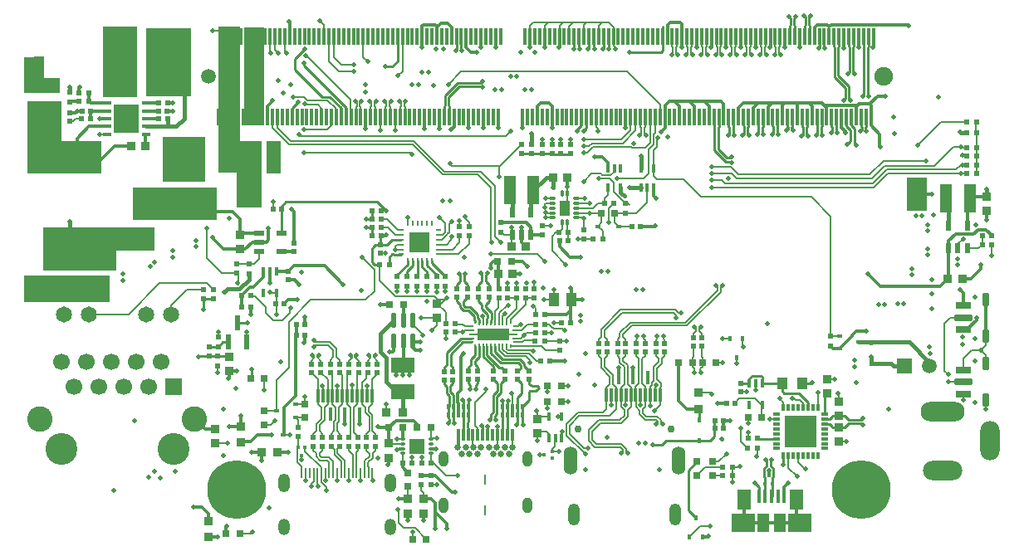
<source format=gtl>
%FSLAX44Y44*%
%MOMM*%
G71*
G01*
G75*
G04 Layer_Physical_Order=1*
G04 Layer_Color=255*
%ADD10C,0.2500*%
%ADD11R,0.3000X0.3000*%
%ADD12R,0.4500X1.3800*%
%ADD13R,0.7620X0.7620*%
%ADD14R,0.6000X0.5500*%
%ADD15R,0.7620X0.7620*%
%ADD16R,0.6200X0.5700*%
%ADD17R,0.9500X0.9500*%
%ADD18R,0.9600X0.9700*%
%ADD19R,0.5500X1.5000*%
%ADD20R,0.9500X0.9500*%
%ADD21R,1.0000X0.6000*%
%ADD22R,0.5500X0.6000*%
%ADD23R,1.2000X3.0000*%
%ADD24R,0.6000X1.0000*%
%ADD25R,1.5500X1.5500*%
%ADD26O,0.6000X0.3000*%
%ADD27R,0.5000X0.4000*%
%ADD28R,0.5700X0.6200*%
%ADD29R,2.4000X1.5000*%
%ADD30R,0.5900X0.4500*%
%ADD31R,0.3500X0.8500*%
%ADD32R,0.2000X1.0000*%
%ADD33R,0.3000X1.2000*%
%ADD34R,3.2000X1.2000*%
%ADD35R,0.4500X0.2000*%
%ADD36R,0.5000X0.2000*%
%ADD37R,0.2000X0.4500*%
%ADD38R,0.2000X0.5000*%
%ADD39R,0.4500X0.5900*%
%ADD40R,0.3000X1.4500*%
%ADD41R,1.1000X1.4000*%
%ADD42R,0.2300X1.0000*%
%ADD43R,0.4000X0.5500*%
%ADD44R,0.3000X0.5500*%
%ADD45R,1.2500X1.7500*%
%ADD46R,0.9700X0.9600*%
%ADD47R,2.1000X2.1000*%
%ADD48R,0.2500X0.6000*%
%ADD49R,0.6000X0.2500*%
%ADD50O,0.5000X1.6000*%
%ADD51R,0.3000X0.3000*%
%ADD52R,1.0160X1.7000*%
%ADD53R,1.0160X1.7000*%
%ADD54R,1.0000X1.5000*%
%ADD55O,0.3000X0.8000*%
%ADD56O,0.8000X0.3000*%
G04:AMPARAMS|DCode=57|XSize=0.75mm|YSize=1.6mm|CornerRadius=0.075mm|HoleSize=0mm|Usage=FLASHONLY|Rotation=270.000|XOffset=0mm|YOffset=0mm|HoleType=Round|Shape=RoundedRectangle|*
%AMROUNDEDRECTD57*
21,1,0.7500,1.4500,0,0,270.0*
21,1,0.6000,1.6000,0,0,270.0*
1,1,0.1500,-0.7250,-0.3000*
1,1,0.1500,-0.7250,0.3000*
1,1,0.1500,0.7250,0.3000*
1,1,0.1500,0.7250,-0.3000*
%
%ADD57ROUNDEDRECTD57*%
G04:AMPARAMS|DCode=58|XSize=0.6mm|YSize=1.8mm|CornerRadius=0.06mm|HoleSize=0mm|Usage=FLASHONLY|Rotation=270.000|XOffset=0mm|YOffset=0mm|HoleType=Round|Shape=RoundedRectangle|*
%AMROUNDEDRECTD58*
21,1,0.6000,1.6800,0,0,270.0*
21,1,0.4800,1.8000,0,0,270.0*
1,1,0.1200,-0.8400,-0.2400*
1,1,0.1200,-0.8400,0.2400*
1,1,0.1200,0.8400,0.2400*
1,1,0.1200,0.8400,-0.2400*
%
%ADD58ROUNDEDRECTD58*%
G04:AMPARAMS|DCode=59|XSize=1.3mm|YSize=0.7mm|CornerRadius=0.07mm|HoleSize=0mm|Usage=FLASHONLY|Rotation=270.000|XOffset=0mm|YOffset=0mm|HoleType=Round|Shape=RoundedRectangle|*
%AMROUNDEDRECTD59*
21,1,1.3000,0.5600,0,0,270.0*
21,1,1.1600,0.7000,0,0,270.0*
1,1,0.1400,-0.2800,-0.5800*
1,1,0.1400,-0.2800,0.5800*
1,1,0.1400,0.2800,0.5800*
1,1,0.1400,0.2800,-0.5800*
%
%ADD59ROUNDEDRECTD59*%
%ADD60R,3.2000X3.2000*%
%ADD61R,0.7500X0.3000*%
%ADD62R,0.3000X0.7500*%
%ADD63R,1.0160X1.2700*%
%ADD64R,0.4000X0.9000*%
%ADD65R,0.4000X0.5000*%
%ADD66R,1.3900X1.4000*%
%ADD67R,3.3600X4.8600*%
%ADD68R,1.4000X1.1000*%
%ADD69R,0.8500X0.3560*%
%ADD70R,2.6000X3.0000*%
%ADD71R,0.3000X1.7500*%
%ADD72R,2.0000X3.5000*%
%ADD73R,3.4000X2.4000*%
%ADD74R,1.7000X1.0160*%
%ADD75R,1.7000X1.0160*%
%ADD76R,1.4000X2.1000*%
%ADD77R,2.3700X1.9000*%
%ADD78R,1.1750X1.9000*%
%ADD79C,0.2000*%
%ADD80C,0.3000*%
%ADD81C,0.1500*%
%ADD82C,0.4000*%
%ADD83C,0.1800*%
%ADD84C,0.2200*%
%ADD85C,0.3500*%
%ADD86R,2.1000X10.0000*%
%ADD87R,2.6000X6.8000*%
%ADD88R,4.4000X3.2000*%
%ADD89R,2.2000X13.7000*%
%ADD90O,1.0000X1.6000*%
%ADD91C,0.6500*%
%ADD92C,6.0000*%
%ADD93O,1.2000X1.7000*%
%ADD94O,1.2000X1.9000*%
%ADD95C,0.7500*%
%ADD96O,1.4000X2.8500*%
%ADD97O,1.2000X2.2500*%
%ADD98C,0.5000*%
%ADD99C,1.5000*%
%ADD100R,1.5000X1.5000*%
%ADD101O,4.5000X2.0000*%
%ADD102O,2.0000X4.0000*%
%ADD103O,4.0000X2.0000*%
%ADD104C,1.7000*%
%ADD105C,3.2500*%
%ADD106C,1.6500*%
%ADD107C,2.6000*%
%ADD108C,1.9000*%
%ADD109R,1.7000X1.7000*%
%ADD110C,0.6000*%
G36*
X-801000Y335000D02*
X-886000D01*
Y368000D01*
X-801000D01*
Y335000D01*
D02*
G37*
G36*
X-813000Y374000D02*
X-856000D01*
Y419000D01*
X-813000D01*
Y374000D01*
D02*
G37*
G36*
X-910000Y251000D02*
X-997000D01*
Y278000D01*
X-910000D01*
Y251000D01*
D02*
G37*
G36*
X-864000Y303000D02*
X-903000D01*
Y283000D01*
X-978000D01*
Y327000D01*
X-864000D01*
Y303000D01*
D02*
G37*
G36*
X-959000Y415000D02*
X-919000D01*
Y382000D01*
X-994000D01*
Y456000D01*
X-959000D01*
Y415000D01*
D02*
G37*
G36*
X-827000Y461000D02*
X-873000D01*
Y530000D01*
X-827000D01*
Y461000D01*
D02*
G37*
G36*
X-977138Y479806D02*
X-960882D01*
X-961000Y464000D01*
X-997000D01*
Y501000D01*
X-976884Y501142D01*
X-977138Y479806D01*
D02*
G37*
G36*
X-736000Y382000D02*
X-750000D01*
Y415000D01*
X-736000D01*
Y382000D01*
D02*
G37*
G36*
X-882000Y460000D02*
X-917000D01*
Y532000D01*
X-882000D01*
Y460000D01*
D02*
G37*
D10*
X-482320Y168000D02*
G03*
X-479800Y165480I2520J0D01*
G01*
Y160440D02*
G03*
X-482320Y157920I0J-2520D01*
G01*
X-474840Y160440D02*
G03*
X-472320Y162960I0J2520D01*
G01*
Y162960D02*
G03*
X-474840Y165480I-2520J0D01*
G01*
X-648244Y327246D02*
X-648195Y327198D01*
X-151570Y511758D02*
Y522000D01*
X-152185Y485265D02*
Y511143D01*
X-151570Y511758D01*
X-152185Y485265D02*
X-150920Y484000D01*
X-156258Y511446D02*
X-155955Y511143D01*
X-156570Y512383D02*
X-156258Y512071D01*
X-156570Y512383D02*
Y522000D01*
X-156258Y511446D02*
Y512071D01*
X-155955Y485265D02*
Y511143D01*
X-157220Y484000D02*
X-155955Y485265D01*
X-181570Y510650D02*
X-180920Y510000D01*
X-181570Y510650D02*
Y522000D01*
X-186570Y510650D02*
Y522000D01*
X-187220Y510000D02*
X-186570Y510650D01*
X-197185Y533373D02*
Y541735D01*
X-195920Y543000D01*
X-197185Y533373D02*
X-196570Y532758D01*
Y522000D02*
Y532758D01*
X-202220Y543000D02*
X-200955Y541735D01*
Y533373D02*
Y541735D01*
X-201570Y532758D02*
X-200955Y533373D01*
X-201570Y522000D02*
Y532758D01*
X-229070Y429758D02*
Y440000D01*
X-229685Y423265D02*
X-228420Y422000D01*
X-229685Y429143D02*
X-229070Y429758D01*
X-229685Y423265D02*
Y429143D01*
X-234000Y429688D02*
X-233455Y429143D01*
Y423265D02*
Y429143D01*
X-234070Y430141D02*
X-234000Y430071D01*
X-234070Y430141D02*
Y440000D01*
X-234000Y429688D02*
Y430071D01*
X-234720Y422000D02*
X-233455Y423265D01*
X-249000Y429688D02*
X-248455Y429143D01*
Y423265D02*
Y429143D01*
X-249070Y430141D02*
X-249000Y430071D01*
X-249070Y430141D02*
Y440000D01*
X-249000Y429688D02*
Y430071D01*
X-249720Y422000D02*
X-248455Y423265D01*
X-244070Y429758D02*
Y440000D01*
X-244685Y423265D02*
X-243420Y422000D01*
X-244685Y429143D02*
X-244070Y429758D01*
X-244685Y423265D02*
Y429143D01*
X-279070Y429758D02*
X-278455Y429143D01*
Y422265D02*
Y429143D01*
X-279070Y429758D02*
Y440000D01*
X-279720Y421000D02*
X-278455Y422265D01*
X-274070Y429758D02*
Y440000D01*
X-274685Y422265D02*
X-273420Y421000D01*
X-274685Y429143D02*
X-274070Y429758D01*
X-274685Y422265D02*
Y429143D01*
X-151000Y413000D02*
X-149000Y411000D01*
X-151000Y413000D02*
Y428145D01*
X-155000Y415000D02*
Y426071D01*
X-158000Y412000D02*
X-155000Y415000D01*
X-154070Y431214D02*
X-151000Y428145D01*
X-154070Y431214D02*
Y440000D01*
X-159070Y430141D02*
X-155000Y426071D01*
X-159070Y430141D02*
Y440000D01*
X-685535Y460250D02*
X-674070Y448786D01*
X-693250Y460250D02*
X-685535D01*
X-721000Y488000D02*
X-693250Y460250D01*
X-721000Y488000D02*
Y498998D01*
X-710999Y508999D01*
X-712000Y492019D02*
X-669070Y449089D01*
X-674070Y440000D02*
Y448786D01*
X-669070Y440000D02*
Y449089D01*
X-712000Y492019D02*
Y495000D01*
X-629000Y491000D02*
X-622000D01*
X-616570Y496430D01*
Y522000D01*
X-724070Y448930D02*
X-718000Y455000D01*
X-724070Y440000D02*
Y448930D01*
X-426256Y425000D02*
X-425256Y426000D01*
X-480256Y402200D02*
X-469256D01*
X-555247Y474770D02*
X-531506D01*
X-568455Y461562D02*
X-555247Y474770D01*
X-553685Y471000D02*
X-531506D01*
X-564685Y460000D02*
X-553685Y471000D01*
X-730256Y353000D02*
X-637183D01*
X-735006Y348250D02*
X-730256Y353000D01*
X-637183D02*
X-628119Y343937D01*
X-814256Y243000D02*
Y254200D01*
X-769852Y229404D02*
X-769256Y230000D01*
X-779694Y229404D02*
X-769852D01*
X-735006Y346000D02*
Y348250D01*
X-735032Y345974D02*
X-735006Y346000D01*
X-735032Y321246D02*
Y345974D01*
X-819256Y195000D02*
X-818658Y195598D01*
X-808844D01*
X-469256Y402141D02*
X-460539D01*
X-490256Y402200D02*
X-480256D01*
X-223111Y85147D02*
Y94214D01*
X-223258Y85001D02*
X-223111Y85147D01*
X-252256Y66000D02*
X-248256Y62000D01*
Y52630D02*
Y62000D01*
X-143506Y130760D02*
X-142256Y132010D01*
X-161004Y134808D02*
X-156956Y130760D01*
X-143506D01*
X-167099Y134808D02*
X-161004D01*
X-173104D02*
X-167099D01*
X-173104Y134164D02*
Y134808D01*
X-175804Y131464D02*
X-173104Y134164D01*
X-180861Y131464D02*
X-175804D01*
X-240141Y84186D02*
Y88750D01*
X-241391Y90000D02*
X-240141Y88750D01*
X-243256Y72715D02*
X-241756Y71214D01*
X-243256Y81071D02*
X-240141Y84186D01*
X-241756Y65750D02*
Y71214D01*
X-243256Y72715D02*
Y81071D01*
X-241756Y52630D02*
Y65750D01*
X-241756Y52630D02*
X-241756Y52630D01*
X-143506Y126990D02*
X-142256Y125740D01*
X-156956Y126990D02*
X-143506D01*
X-161004Y122942D02*
X-156956Y126990D01*
X-167070Y122942D02*
X-161004D01*
X-173104D02*
Y123764D01*
X-180861Y126464D02*
X-175804D01*
X-173104Y123764D01*
Y122942D02*
X-167070D01*
X-236371Y88750D02*
X-235121Y90000D01*
X-233256Y72715D02*
Y81071D01*
X-234756Y71214D02*
X-233256Y72715D01*
X-236371Y84186D02*
X-233256Y81071D01*
X-234756Y65750D02*
Y71214D01*
X-236371Y84186D02*
Y88750D01*
X-234756Y53130D02*
Y65750D01*
X-235256Y52630D02*
X-234756Y53130D01*
X-249534Y111464D02*
X-230361D01*
X-320256Y38500D02*
X-312256Y30500D01*
X-320256Y38500D02*
Y78970D01*
X-311177Y88049D01*
X-534120Y251659D02*
X-530478Y248017D01*
Y244430D02*
Y248017D01*
Y244430D02*
X-524619Y238571D01*
X-526708Y245992D02*
X-520849Y240132D01*
X-526708Y245992D02*
Y247971D01*
X-523020Y251659D01*
Y255750D01*
X-295740Y88586D02*
X-295205Y88051D01*
X-416570Y509635D02*
X-415935Y509000D01*
X-416570Y509635D02*
Y522000D01*
X-421570Y509635D02*
Y522000D01*
X-422205Y509000D02*
X-421570Y509635D01*
X-144070Y429758D02*
X-143455Y429143D01*
X-144720Y425000D02*
X-143455Y426265D01*
X-144070Y429758D02*
Y440000D01*
X-143455Y426265D02*
Y429143D01*
X-139070Y429758D02*
Y440000D01*
X-139685Y426265D02*
X-138420Y425000D01*
X-139685Y429143D02*
X-139070Y429758D01*
X-139685Y426265D02*
Y429143D01*
X-137185Y462265D02*
Y511143D01*
Y462265D02*
X-135920Y461000D01*
X-160256Y458265D02*
Y469668D01*
X-161521Y457000D02*
X-160256Y458265D01*
X-136570Y511758D02*
Y522000D01*
X-137185Y511143D02*
X-136570Y511758D01*
X-212185Y540735D02*
X-210920Y542000D01*
X-212185Y533373D02*
X-211570Y532758D01*
X-212185Y533373D02*
Y540735D01*
X-211570Y522000D02*
Y532758D01*
X-217220Y542000D02*
X-215955Y540735D01*
Y533373D02*
Y540735D01*
X-216570Y532758D02*
X-215955Y533373D01*
X-216570Y522000D02*
Y532758D01*
X-380256Y506000D02*
X-348256D01*
X-346570Y507686D01*
Y522000D01*
Y531986D01*
X-531705Y280147D02*
X-530455Y278897D01*
Y271924D02*
Y278897D01*
X-534120Y268259D02*
X-530455Y271924D01*
X-534120Y264250D02*
Y268259D01*
X-568455Y451373D02*
Y461562D01*
X-569070Y450758D02*
X-568455Y451373D01*
X-569070Y440000D02*
Y450758D01*
X-526685Y278897D02*
X-525025Y280557D01*
X-523020Y264250D02*
Y268259D01*
X-526685Y271924D02*
Y278897D01*
Y271924D02*
X-523020Y268259D01*
X-564685Y451373D02*
Y460000D01*
Y451373D02*
X-564070Y450758D01*
Y440000D02*
Y450758D01*
X-531506Y471000D02*
X-530256Y469750D01*
X-531506Y474770D02*
X-530256Y476020D01*
X-548885Y278595D02*
X-547635Y279845D01*
X-545220Y264250D02*
Y268259D01*
X-548885Y271924D02*
X-545220Y268259D01*
X-548885Y271924D02*
Y278595D01*
X-556570Y508074D02*
Y522000D01*
X-557205Y507438D02*
X-556570Y508074D01*
X-551570Y508074D02*
X-550935Y507438D01*
X-551570Y508074D02*
Y522000D01*
X-553905Y279845D02*
X-552655Y278595D01*
Y271924D02*
Y278595D01*
X-556320Y268259D02*
X-552655Y271924D01*
X-556320Y264250D02*
Y268259D01*
X-452144Y401992D02*
X-440353D01*
X-433256Y424999D02*
Y427000D01*
X-433257Y425000D02*
Y425000D01*
Y425000D02*
X-433256Y424999D01*
Y427000D02*
X-429070Y431186D01*
Y440000D01*
X-425256Y426000D02*
Y428000D01*
X-424070Y429186D01*
Y440000D01*
X-431570Y509635D02*
Y522000D01*
Y509635D02*
X-430935Y509000D01*
X-436570Y509635D02*
Y522000D01*
X-437205Y509000D02*
X-436570Y509635D01*
X-170955Y480367D02*
X-160256Y469668D01*
X-170955Y480367D02*
Y511143D01*
X-171570Y511758D02*
X-170955Y511143D01*
X-171570Y511758D02*
Y522000D01*
X-156486Y458265D02*
X-155221Y457000D01*
X-156486Y458265D02*
Y471230D01*
X-167185Y481929D02*
X-156486Y471230D01*
X-167185Y481929D02*
Y511143D01*
X-166570Y511758D01*
Y522000D01*
X-140955Y462265D02*
Y511143D01*
X-141570Y511758D02*
X-140955Y511143D01*
X-141570Y511758D02*
Y522000D01*
X-142220Y461000D02*
X-140955Y462265D01*
X-550209Y210115D02*
X-544957D01*
X-562505Y197819D02*
X-550209Y210115D01*
X-551771Y213885D02*
X-545257D01*
X-566275Y199381D02*
X-551771Y213885D01*
X-549126Y123074D02*
Y139565D01*
X-549741Y122459D02*
X-549126Y123074D01*
X-549741Y115110D02*
Y122459D01*
X-545356Y127820D02*
X-544320Y128856D01*
X-545356Y123074D02*
Y127820D01*
Y123074D02*
X-544741Y122459D01*
Y115110D02*
Y122459D01*
X-286320Y111000D02*
X-285693Y110373D01*
X-765320Y173985D02*
Y182000D01*
X-766305Y173000D02*
X-765320Y173985D01*
X-640148Y289073D02*
X-634704D01*
X-222269Y157674D02*
X-207041D01*
X-198111Y148744D01*
X-224482Y159886D02*
X-222269Y157674D01*
X-452328Y401992D02*
X-452320Y402000D01*
X-460390Y401992D02*
X-452328D01*
X-534120Y251659D02*
Y255750D01*
X-521320Y202159D02*
Y206000D01*
Y202159D02*
X-521205Y202044D01*
X-487572Y185502D02*
Y188018D01*
Y185502D02*
X-482320Y180250D01*
X-491342Y183514D02*
Y186457D01*
X-494606Y180250D02*
X-491342Y183514D01*
X-525320Y202159D02*
Y206000D01*
X-525435Y202044D02*
X-525320Y202159D01*
X-529320D02*
Y206000D01*
Y202159D02*
X-529205Y202044D01*
Y195338D02*
Y202044D01*
X-519177Y180250D02*
Y185311D01*
X-512794Y184259D02*
X-510901D01*
X-506892Y180250D01*
X-534787Y180461D02*
Y184559D01*
X-537678Y187451D02*
X-534787Y184559D01*
X-544340Y180299D02*
Y184359D01*
X-541448Y187251D01*
X-537678Y187451D02*
Y190741D01*
X-533435Y194984D01*
X-541448Y187251D02*
Y192303D01*
X-537205Y196546D01*
Y202044D01*
X-537320Y202159D02*
X-537205Y202044D01*
X-537320Y202159D02*
Y205750D01*
X-533435Y194984D02*
Y202044D01*
X-533320Y202159D01*
Y206000D01*
X-545142Y214000D02*
X-541320D01*
X-545257Y213885D02*
X-545142Y214000D01*
X-544842Y210000D02*
X-541320D01*
X-544957Y210115D02*
X-544842Y210000D01*
X-562505Y186269D02*
Y197819D01*
X-566275Y187115D02*
Y199381D01*
X-562505Y186269D02*
X-560395Y184159D01*
Y180103D02*
Y184159D01*
X-569331Y184059D02*
X-566275Y187115D01*
X-569331Y179979D02*
Y184059D01*
X-544320Y136150D02*
Y143850D01*
Y149919D01*
X-543685Y150554D01*
X-544340Y167759D02*
Y171799D01*
X-542916Y162336D02*
Y166335D01*
X-544340Y167759D02*
X-542916Y166335D01*
X-549320Y139759D02*
X-549126Y139565D01*
X-549320Y139759D02*
Y143850D01*
X-549955Y150554D02*
X-549320Y149919D01*
Y143850D02*
Y149919D01*
X-536646Y162336D02*
Y166099D01*
X-534787Y167959D01*
Y171961D01*
X-564955Y127004D02*
X-563705Y128254D01*
X-569331Y167459D02*
X-566748Y164876D01*
Y157868D02*
Y164876D01*
X-569331Y167459D02*
Y171479D01*
X-564320Y143850D02*
X-563705Y144465D01*
X-564320Y136150D02*
Y143850D01*
Y132059D02*
Y136150D01*
X-563705Y128254D02*
Y131444D01*
X-564320Y132059D02*
X-563705Y131444D01*
X-559935Y131444D02*
X-559320Y132059D01*
X-562978Y159429D02*
Y164976D01*
X-560395Y167559D01*
Y171603D01*
X-559935Y128254D02*
Y131444D01*
X-559320Y136150D02*
Y143850D01*
X-559935Y128254D02*
X-558685Y127004D01*
X-559935Y144465D02*
X-559320Y143850D01*
Y132059D02*
Y136150D01*
X-521338Y136406D02*
X-519261Y138482D01*
X-521338Y131562D02*
Y136406D01*
X-522588Y130312D02*
X-521338Y131562D01*
X-519177Y171750D02*
X-514919Y167492D01*
X-509320Y136150D02*
Y143850D01*
Y149217D01*
X-509955Y149852D02*
X-509320Y149217D01*
X-511149Y167492D02*
X-506892Y171750D01*
X-504320Y143850D02*
Y149217D01*
Y136150D02*
Y143850D01*
Y149217D02*
X-503685Y149852D01*
X-808844Y195598D02*
X-800059D01*
X-799988Y195528D01*
X-788824D01*
X-788529Y195233D01*
X-808844Y205198D02*
X-799809D01*
X-799545Y205462D01*
X-794787Y210220D01*
X-787782D01*
X-180861Y136464D02*
Y154963D01*
X-178346Y157478D01*
X-266292Y167947D02*
X-258008D01*
X-266300Y167939D02*
X-266292Y167947D01*
X-258008D02*
Y173054D01*
X-255208Y175853D01*
X-246436D02*
X-245007Y174425D01*
Y167947D02*
Y174425D01*
X-255208Y175853D02*
X-246436D01*
X-198111Y143714D02*
Y148744D01*
X-224482Y159886D02*
Y167952D01*
X-245002D02*
X-224482D01*
X-245007Y167947D02*
X-245002Y167952D01*
X-204162Y167952D02*
X-194424D01*
X-194010Y168367D01*
X-511117Y188690D02*
X-493576D01*
X-491342Y186457D01*
X-509555Y192460D02*
X-492014D01*
X-487572Y188018D01*
X-616904Y276873D02*
Y278563D01*
X-606404Y289063D01*
Y293073D01*
X-601404Y287893D02*
Y293073D01*
X-606968Y282328D02*
X-601404Y287893D01*
X-606968Y276938D02*
Y282328D01*
Y276938D02*
X-606904Y276873D01*
X-596404Y277373D02*
Y293073D01*
X-596904Y276873D02*
X-596404Y277373D01*
X-591404Y286756D02*
Y293073D01*
Y286756D02*
X-586904Y282255D01*
Y276873D02*
Y282255D01*
X-576904Y276873D02*
Y278796D01*
X-586404Y288296D02*
Y293073D01*
Y288296D02*
X-576904Y278796D01*
X-581404Y290859D02*
Y293073D01*
X-567904Y276873D02*
Y277359D01*
X-625104Y296939D02*
X-622470Y299573D01*
X-625104Y289073D02*
Y296939D01*
X-642267Y291192D02*
X-640148Y289073D01*
X-642267Y291192D02*
Y305646D01*
X-641938Y305975D01*
Y306632D01*
X-639228Y309342D01*
X-633923D01*
X-633904Y309323D01*
X-622006Y314573D02*
X-612904D01*
X-627237Y309342D02*
X-622006Y314573D01*
X-633885Y309342D02*
X-627237D01*
X-633904Y309323D02*
X-633885Y309342D01*
X-622470Y299573D02*
X-620728D01*
X-620627Y299471D01*
X-613005D02*
X-612904Y299573D01*
X-620627Y299471D02*
X-613005D01*
X-581404Y290859D02*
X-567904Y277359D01*
X-633904Y309323D02*
Y318185D01*
X-633104Y318985D01*
X-628360D01*
X-628119Y319225D01*
X-642704Y318985D02*
Y327198D01*
Y335412D02*
Y343625D01*
X-460539Y402141D02*
X-460390Y401992D01*
X-648195Y327198D02*
X-642704D01*
X-648244Y335460D02*
X-648195Y335412D01*
X-642704D01*
X-249808Y111738D02*
X-249534Y111464D01*
X-559935Y144465D02*
Y156386D01*
X-562978Y159429D02*
X-559935Y156386D01*
X-563705Y144465D02*
Y154825D01*
X-566748Y157868D02*
X-563705Y154825D01*
X-525320Y230000D02*
Y233727D01*
X-521320Y230000D02*
Y232396D01*
X-525320Y233727D02*
X-524619Y234429D01*
Y238571D01*
X-521320Y232396D02*
X-520849Y232867D01*
Y240132D01*
X-553182Y246087D02*
Y248521D01*
Y246087D02*
X-549406Y242311D01*
X-556320Y251659D02*
Y255750D01*
Y251659D02*
X-553182Y248521D01*
X-538389Y232867D02*
X-537320Y231798D01*
Y230300D02*
Y231798D01*
X-549406Y242311D02*
X-544375D01*
X-538389Y232867D02*
Y236325D01*
X-544375Y242311D02*
X-538389Y236325D01*
X-549412Y247648D02*
X-547845Y246081D01*
X-542813D01*
X-549412Y247648D02*
Y251558D01*
X-545220Y255750D01*
X-533320Y230000D02*
Y233130D01*
X-542813Y246081D02*
X-534619Y237887D01*
Y234429D02*
X-533320Y233130D01*
X-534619Y234429D02*
Y237887D01*
X-517568Y131562D02*
X-516318Y130312D01*
X-514919Y160552D02*
Y167492D01*
X-511149Y158990D02*
Y167492D01*
X-519261Y138482D02*
Y156210D01*
X-514919Y160552D01*
X-515491Y154648D02*
X-511149Y158990D01*
X-517320Y202159D02*
Y206000D01*
X-517435Y202044D02*
X-517320Y202159D01*
X-517435Y200340D02*
Y202044D01*
Y200340D02*
X-509555Y192460D01*
X-521205Y198779D02*
Y202044D01*
Y198779D02*
X-511117Y188690D01*
X-525435Y196900D02*
Y202044D01*
Y196900D02*
X-512794Y184259D01*
X-529205Y195338D02*
X-519177Y185311D01*
X-530789Y124439D02*
X-529741Y123391D01*
Y115110D02*
Y123391D01*
X-517568Y131562D02*
Y134844D01*
X-515491Y136920D01*
Y154648D01*
X-504741Y115110D02*
Y131638D01*
X-504320Y132059D01*
Y136150D01*
X-509741Y115110D02*
Y122459D01*
X-509320Y122880D01*
Y136150D01*
X-524741Y115110D02*
Y123778D01*
X-524519Y124000D01*
X-544320Y128856D02*
Y136150D01*
X-814256Y254200D02*
X-804000D01*
X-289685Y407000D02*
X-280685Y398000D01*
X-277521D01*
X-289685Y407000D02*
Y429143D01*
X-289070Y429758D01*
Y440000D01*
X-277521Y398000D02*
X-276256Y399265D01*
X-277521Y394230D02*
X-276256Y392965D01*
X-293455Y405438D02*
Y429143D01*
X-294070Y429758D02*
Y440000D01*
Y429758D02*
X-293455Y429143D01*
X-282247Y394230D02*
X-277521D01*
X-293455Y405438D02*
X-282247Y394230D01*
X-264720Y421000D02*
X-263455Y422265D01*
X-264070Y430884D02*
Y440000D01*
X-263455Y422265D02*
Y425732D01*
X-263257Y425929D01*
Y430071D01*
X-264070Y430884D02*
X-263257Y430071D01*
X-259685Y422265D02*
Y424170D01*
X-259487Y424368D01*
Y429341D01*
X-259685Y422265D02*
X-258420Y421000D01*
X-259487Y429341D02*
X-259070Y429758D01*
Y440000D01*
X-174720Y424000D02*
X-173455Y425265D01*
Y429143D01*
X-174070Y429758D02*
Y440000D01*
Y429758D02*
X-173455Y429143D01*
X-169685Y425265D02*
Y429143D01*
X-169070Y429758D01*
X-169685Y425265D02*
X-168420Y424000D01*
X-169070Y429758D02*
Y440000D01*
X-214685Y427265D02*
Y429143D01*
X-214070Y429758D01*
Y440000D01*
X-214685Y427265D02*
X-213420Y426000D01*
X-218455Y427265D02*
Y429143D01*
X-219070Y429758D02*
Y440000D01*
X-219720Y426000D02*
X-218455Y427265D01*
X-219070Y429758D02*
X-218455Y429143D01*
X-189720Y421000D02*
X-188455Y422265D01*
X-189000Y429689D02*
Y430071D01*
X-189070Y430141D02*
Y440000D01*
Y430141D02*
X-189000Y430071D01*
X-188455Y422265D02*
Y429143D01*
X-189000Y429689D02*
X-188455Y429143D01*
X-184685Y422265D02*
X-183420Y421000D01*
X-184685Y422265D02*
Y429143D01*
X-184279Y429549D01*
Y430350D01*
X-184070Y430560D01*
Y440000D01*
X-203455Y421265D02*
Y429143D01*
X-204070Y429758D02*
Y440000D01*
X-204720Y420000D02*
X-203455Y421265D01*
X-204070Y429758D02*
X-203455Y429143D01*
X-199685Y421265D02*
Y429143D01*
X-199070Y429758D01*
X-199685Y421265D02*
X-198420Y420000D01*
X-199070Y429758D02*
Y440000D01*
X-489320Y126296D02*
X-488685Y125661D01*
X-489320Y136150D02*
Y143850D01*
Y126296D02*
Y136150D01*
X-488320Y145000D02*
X-482320Y151000D01*
X-494955Y125661D02*
X-494320Y126296D01*
Y153877D02*
X-490348Y157849D01*
X-494606Y171750D02*
X-490348Y167492D01*
X-494320Y126296D02*
Y136150D01*
Y143850D02*
Y153877D01*
Y136150D02*
Y143850D01*
X-490348Y157849D02*
Y167492D01*
X-482320Y151000D02*
Y157920D01*
Y168000D02*
Y171750D01*
X-479800Y160440D02*
X-474840D01*
X-472320Y162960D02*
Y162960D01*
X-479800Y165480D02*
X-474840D01*
X-401570Y509635D02*
X-400935Y509000D01*
X-401570Y509635D02*
Y522000D01*
X-406570Y509635D02*
Y522000D01*
X-407205Y509000D02*
X-406570Y509635D01*
D11*
X-241756Y65750D02*
D03*
X-234756D02*
D03*
X-710883Y103128D02*
D03*
X-717883D02*
D03*
X-714383Y94628D02*
D03*
X-238256Y74250D02*
D03*
D12*
X-241756Y52630D02*
D03*
X-235256D02*
D03*
X-248256D02*
D03*
X-228756D02*
D03*
X-222256D02*
D03*
D13*
X-295205Y74081D02*
D03*
Y88051D02*
D03*
X-311177Y88049D02*
D03*
Y74079D02*
D03*
X-752321Y125821D02*
D03*
Y139791D02*
D03*
X-710918Y132783D02*
D03*
Y146753D02*
D03*
X-605946Y62710D02*
D03*
Y76680D02*
D03*
D14*
X-685177Y187250D02*
D03*
X-675606D02*
D03*
X-403320Y208250D02*
D03*
X-411320D02*
D03*
X-392320D02*
D03*
X-384320D02*
D03*
X-353320D02*
D03*
X-344320D02*
D03*
X-722184Y302487D02*
D03*
Y310987D02*
D03*
X-364320Y199750D02*
D03*
X-373320D02*
D03*
X-569331Y179979D02*
D03*
X-656463Y178750D02*
D03*
X-646892D02*
D03*
X-494606Y180250D02*
D03*
X-675606Y178750D02*
D03*
X-637320D02*
D03*
X-704320D02*
D03*
X-560395Y180103D02*
D03*
X-666034Y178750D02*
D03*
X-685177D02*
D03*
X-694749D02*
D03*
X-482320Y180250D02*
D03*
X-633904Y309323D02*
D03*
Y300823D02*
D03*
X-403320Y199750D02*
D03*
X-411320D02*
D03*
X-384320D02*
D03*
X-392320D02*
D03*
X-344320D02*
D03*
X-353320D02*
D03*
X-306146Y206113D02*
D03*
X-315146D02*
D03*
X-637320Y187250D02*
D03*
X-646892D02*
D03*
X-656463D02*
D03*
X-666034D02*
D03*
X-523020Y255750D02*
D03*
X-534120D02*
D03*
X-506892Y180250D02*
D03*
X-519177D02*
D03*
X-534787Y171961D02*
D03*
X-544340Y171799D02*
D03*
X-534787Y180461D02*
D03*
X-544340Y180299D02*
D03*
X-506892Y171750D02*
D03*
X-519177D02*
D03*
X-364320Y208250D02*
D03*
X-373320D02*
D03*
X-482320Y171750D02*
D03*
X-494606D02*
D03*
X-560395Y171603D02*
D03*
X-569331Y171479D02*
D03*
X-545220Y264250D02*
D03*
X-556320D02*
D03*
X-523020D02*
D03*
X-534120D02*
D03*
X-694749Y187250D02*
D03*
X-704320D02*
D03*
X-728193Y281992D02*
D03*
Y273493D02*
D03*
X-266300Y159439D02*
D03*
Y167939D02*
D03*
X-306146Y214613D02*
D03*
X-315146D02*
D03*
X-545220Y255750D02*
D03*
X-556320D02*
D03*
X-951000Y444250D02*
D03*
Y435750D02*
D03*
D15*
X-791305Y15000D02*
D03*
X-777335D02*
D03*
X-766305Y173000D02*
D03*
X-752335D02*
D03*
X-587290Y9118D02*
D03*
X-601260D02*
D03*
X-611323Y122662D02*
D03*
X-625293D02*
D03*
X-610735Y248500D02*
D03*
X-624705D02*
D03*
X-463790Y148922D02*
D03*
X-449820D02*
D03*
X-463790Y165234D02*
D03*
X-449820D02*
D03*
X-315881Y189485D02*
D03*
X-582459Y122618D02*
D03*
X-596429D02*
D03*
X-500335Y292000D02*
D03*
X-514305D02*
D03*
X-291881Y189485D02*
D03*
X-305851D02*
D03*
X-329851D02*
D03*
X-394968Y341647D02*
D03*
X-408938D02*
D03*
X-259034Y133515D02*
D03*
X-245064D02*
D03*
D16*
X-808844Y205198D02*
D03*
Y195598D02*
D03*
X-799864Y185975D02*
D03*
Y195575D02*
D03*
X-799545Y205462D02*
D03*
Y215062D02*
D03*
X-780320Y280200D02*
D03*
Y289800D02*
D03*
X-768171Y280084D02*
D03*
Y289684D02*
D03*
X-513320Y264800D02*
D03*
Y255200D02*
D03*
X-592910Y64348D02*
D03*
Y73948D02*
D03*
X-450256Y411800D02*
D03*
Y402200D02*
D03*
X-639320Y103200D02*
D03*
X-616904Y276873D02*
D03*
Y267273D02*
D03*
X-486320Y255200D02*
D03*
Y264800D02*
D03*
X-426655Y324959D02*
D03*
Y315359D02*
D03*
X-586904Y276873D02*
D03*
Y267273D02*
D03*
X-657320Y103200D02*
D03*
Y112800D02*
D03*
X-567904Y276873D02*
D03*
Y267273D02*
D03*
X-469256Y411800D02*
D03*
Y402200D02*
D03*
X-648320Y103200D02*
D03*
X-440256Y411800D02*
D03*
Y402200D02*
D03*
X-596904Y276873D02*
D03*
Y267273D02*
D03*
X-451033Y201568D02*
D03*
Y211168D02*
D03*
X-543787Y318268D02*
D03*
Y327868D02*
D03*
X-582718Y73948D02*
D03*
Y64348D02*
D03*
X-459256Y411800D02*
D03*
Y402200D02*
D03*
X-504320Y255200D02*
D03*
Y264800D02*
D03*
X-477320D02*
D03*
Y255200D02*
D03*
X-666320Y103200D02*
D03*
Y112800D02*
D03*
X-576904Y276873D02*
D03*
Y267273D02*
D03*
X-553721Y318268D02*
D03*
Y327868D02*
D03*
X-495320Y264800D02*
D03*
Y255200D02*
D03*
X-606904Y276873D02*
D03*
Y267273D02*
D03*
X-693320Y103200D02*
D03*
X-702320D02*
D03*
X-675320D02*
D03*
X-684320D02*
D03*
X-675320Y112800D02*
D03*
X-684320D02*
D03*
X-693320D02*
D03*
X-702320D02*
D03*
X-639320D02*
D03*
X-648320D02*
D03*
X-511000Y322200D02*
D03*
Y331800D02*
D03*
X-490256Y402200D02*
D03*
Y411800D02*
D03*
X-480256Y402200D02*
D03*
Y411800D02*
D03*
X-717978Y113472D02*
D03*
Y123072D02*
D03*
X-384198Y351283D02*
D03*
Y341683D02*
D03*
X-469000Y319200D02*
D03*
Y328800D02*
D03*
X-175000Y206200D02*
D03*
Y215800D02*
D03*
X-814256Y263800D02*
D03*
Y254200D02*
D03*
X-804000D02*
D03*
Y263800D02*
D03*
X-951000Y455200D02*
D03*
Y464800D02*
D03*
D17*
X-788529Y195233D02*
D03*
Y180732D02*
D03*
X-777537Y319210D02*
D03*
Y304710D02*
D03*
X-625845Y92074D02*
D03*
Y106574D02*
D03*
X-605940Y35368D02*
D03*
Y49868D02*
D03*
X-473701Y117188D02*
D03*
Y131688D02*
D03*
X-589733Y35368D02*
D03*
Y49868D02*
D03*
X-802256Y121250D02*
D03*
Y106750D02*
D03*
X-576154Y234840D02*
D03*
Y249340D02*
D03*
X-178346Y171978D02*
D03*
Y157478D02*
D03*
X-167099Y149308D02*
D03*
X-167070Y108442D02*
D03*
X-167099Y134808D02*
D03*
X-167070Y122942D02*
D03*
X-16256Y343750D02*
D03*
Y358250D02*
D03*
D18*
X-809000Y10850D02*
D03*
Y27150D02*
D03*
X-776651Y124241D02*
D03*
Y107941D02*
D03*
X-309611Y158288D02*
D03*
Y141988D02*
D03*
D19*
X-779694Y229404D02*
D03*
X-770193Y210404D02*
D03*
X-789193D02*
D03*
D20*
X-458250Y378000D02*
D03*
X-443750D02*
D03*
X-500250Y308000D02*
D03*
X-485750D02*
D03*
X-499070Y280000D02*
D03*
X-513570D02*
D03*
X-888250Y410000D02*
D03*
X-873750D02*
D03*
X-41006Y275000D02*
D03*
X-55506D02*
D03*
D21*
X-735032Y321246D02*
D03*
Y302246D02*
D03*
X-758032D02*
D03*
Y311746D02*
D03*
Y321246D02*
D03*
D22*
X-735006Y346000D02*
D03*
X-743506D02*
D03*
X-451517Y313204D02*
D03*
X-443017D02*
D03*
X-292570Y130000D02*
D03*
X-284070D02*
D03*
X-719570Y217000D02*
D03*
X-711070D02*
D03*
X-292570Y122000D02*
D03*
X-284070D02*
D03*
X-719455Y227685D02*
D03*
X-710955D02*
D03*
X-369142Y328316D02*
D03*
X-377642D02*
D03*
X-732070Y249000D02*
D03*
X-740570D02*
D03*
X-860250Y446000D02*
D03*
X-851750D02*
D03*
X-938250D02*
D03*
X-929750D02*
D03*
X-281423Y147674D02*
D03*
X-272923D02*
D03*
D23*
X-502000Y365000D02*
D03*
X-478000D02*
D03*
X-33256Y357000D02*
D03*
X-57256D02*
D03*
D24*
X-499500Y342500D02*
D03*
X-480500D02*
D03*
Y319500D02*
D03*
X-490000D02*
D03*
X-499500D02*
D03*
X-54756Y305500D02*
D03*
X-45256D02*
D03*
X-35756D02*
D03*
Y328500D02*
D03*
X-54756D02*
D03*
D25*
X-596831Y103933D02*
D03*
D26*
X-611331Y96433D02*
D03*
Y101433D02*
D03*
Y106433D02*
D03*
Y111433D02*
D03*
X-582331D02*
D03*
Y106433D02*
D03*
Y101433D02*
D03*
Y96433D02*
D03*
D27*
X-739820Y140000D02*
D03*
X-720820Y146500D02*
D03*
Y133500D02*
D03*
X-146500Y210000D02*
D03*
X-165500Y203500D02*
D03*
Y216500D02*
D03*
D28*
X-407586Y315333D02*
D03*
X-417186D02*
D03*
X-250011Y102130D02*
D03*
X-259611D02*
D03*
X-470648Y191092D02*
D03*
X-461048D02*
D03*
X-466519Y219798D02*
D03*
X-476119D02*
D03*
X-466520Y228000D02*
D03*
X-476120D02*
D03*
X-567120Y220000D02*
D03*
X-557520D02*
D03*
X-634704Y289073D02*
D03*
X-625104D02*
D03*
X-642704Y335412D02*
D03*
X-633104D02*
D03*
X-35959Y381759D02*
D03*
X-26359D02*
D03*
X-476266Y211321D02*
D03*
X-466666D02*
D03*
X-35959Y408759D02*
D03*
X-26359D02*
D03*
X-642704Y343625D02*
D03*
X-633104D02*
D03*
X-439994Y229832D02*
D03*
X-449594D02*
D03*
X-259408Y111738D02*
D03*
X-249808D02*
D03*
X-642704Y318985D02*
D03*
X-633104D02*
D03*
X-35959Y399759D02*
D03*
X-26359D02*
D03*
X-35959Y390759D02*
D03*
X-26359D02*
D03*
X-275489Y74100D02*
D03*
X-285089D02*
D03*
X-466388Y238103D02*
D03*
X-475988D02*
D03*
X-557520Y229000D02*
D03*
X-567120D02*
D03*
X-642704Y327198D02*
D03*
X-633104D02*
D03*
X-592131Y86749D02*
D03*
X-582531D02*
D03*
X-601813Y86749D02*
D03*
X-611413D02*
D03*
X-275502Y82477D02*
D03*
X-285102D02*
D03*
X-10956Y319000D02*
D03*
X-20556D02*
D03*
X-26359Y434494D02*
D03*
X-35959D02*
D03*
X-26359Y423281D02*
D03*
X-35959D02*
D03*
X-442648Y321707D02*
D03*
X-452248D02*
D03*
X-395803Y351708D02*
D03*
X-405404D02*
D03*
X-20556Y309243D02*
D03*
X-10956D02*
D03*
X-766105Y246215D02*
D03*
X-775705D02*
D03*
X-775561Y257373D02*
D03*
X-765961D02*
D03*
X-941300Y464000D02*
D03*
X-931700D02*
D03*
X-860300Y454000D02*
D03*
X-850700D02*
D03*
X-860300Y438000D02*
D03*
X-850700D02*
D03*
X-938800D02*
D03*
X-929200D02*
D03*
X-931700Y456000D02*
D03*
X-941300D02*
D03*
D29*
X-611320Y159500D02*
D03*
X-611320Y186500D02*
D03*
D30*
X-732770Y115000D02*
D03*
X-753870D02*
D03*
X-391337Y328305D02*
D03*
X-412437D02*
D03*
D31*
X-740326Y260409D02*
D03*
X-753326D02*
D03*
Y282409D02*
D03*
X-746826D02*
D03*
X-740326D02*
D03*
X-462203Y111627D02*
D03*
X-455703D02*
D03*
X-449203D02*
D03*
Y133627D02*
D03*
X-462203D02*
D03*
X-245007Y167947D02*
D03*
X-251507D02*
D03*
X-258008D02*
D03*
Y145947D02*
D03*
X-245007D02*
D03*
D32*
X-527241Y69310D02*
D03*
Y38310D02*
D03*
D33*
X-554741Y115110D02*
D03*
X-539741D02*
D03*
X-534741D02*
D03*
X-529741D02*
D03*
X-524741D02*
D03*
X-519741D02*
D03*
X-514741D02*
D03*
X-509741D02*
D03*
X-504741D02*
D03*
X-499741D02*
D03*
X-544741D02*
D03*
X-549741D02*
D03*
D34*
X-519320Y218000D02*
D03*
D35*
X-497320Y226000D02*
D03*
Y210000D02*
D03*
X-541320Y226000D02*
D03*
Y210000D02*
D03*
D36*
X-497320Y222000D02*
D03*
Y218000D02*
D03*
Y214000D02*
D03*
X-541320Y218000D02*
D03*
Y222000D02*
D03*
Y214000D02*
D03*
D37*
X-501320Y205750D02*
D03*
Y230300D02*
D03*
X-537320D02*
D03*
Y205750D02*
D03*
D38*
X-505320Y206000D02*
D03*
X-509320D02*
D03*
X-513320D02*
D03*
X-529320Y230000D02*
D03*
X-517320D02*
D03*
X-513320D02*
D03*
X-509320D02*
D03*
X-505320D02*
D03*
X-533320D02*
D03*
X-521320D02*
D03*
X-525320D02*
D03*
X-517320Y206000D02*
D03*
X-521320D02*
D03*
X-525320D02*
D03*
X-529320D02*
D03*
X-533320D02*
D03*
D39*
X-309320Y109450D02*
D03*
Y130550D02*
D03*
X-134000Y188450D02*
D03*
Y209550D02*
D03*
D40*
X-685320Y136750D02*
D03*
X-670320D02*
D03*
X-655320D02*
D03*
X-692820Y155250D02*
D03*
X-677820D02*
D03*
X-662820D02*
D03*
X-647820D02*
D03*
X-361320Y174250D02*
D03*
X-376320D02*
D03*
X-391320D02*
D03*
X-353820Y155750D02*
D03*
X-368820D02*
D03*
X-383820D02*
D03*
X-398820D02*
D03*
X-393820D02*
D03*
X-403820D02*
D03*
X-363820D02*
D03*
X-373820D02*
D03*
X-348820D02*
D03*
X-358820D02*
D03*
X-378820D02*
D03*
X-388820D02*
D03*
X-672820Y155250D02*
D03*
X-682820D02*
D03*
X-687820D02*
D03*
X-697820D02*
D03*
X-657820D02*
D03*
X-667820D02*
D03*
X-642820D02*
D03*
X-652820D02*
D03*
D41*
X-457188Y253376D02*
D03*
X-439688D02*
D03*
D42*
X-642240Y76760D02*
D03*
X-654240D02*
D03*
X-666240D02*
D03*
X-678240D02*
D03*
X-690240D02*
D03*
X-694240D02*
D03*
X-698240D02*
D03*
X-702240D02*
D03*
X-706240D02*
D03*
X-710240D02*
D03*
X-714240D02*
D03*
X-682240D02*
D03*
X-686240D02*
D03*
X-658240D02*
D03*
X-662240D02*
D03*
X-646240D02*
D03*
X-650240D02*
D03*
X-670240D02*
D03*
X-674240D02*
D03*
D43*
X-554320Y136150D02*
D03*
Y143850D02*
D03*
X-499320D02*
D03*
Y136150D02*
D03*
D44*
X-549320D02*
D03*
X-544320D02*
D03*
X-509320D02*
D03*
X-504320D02*
D03*
X-489320Y143850D02*
D03*
X-494320D02*
D03*
X-559320D02*
D03*
X-564320D02*
D03*
X-544320D02*
D03*
X-549320D02*
D03*
X-504320D02*
D03*
X-509320D02*
D03*
X-559320Y136150D02*
D03*
X-564320D02*
D03*
X-489320D02*
D03*
X-494320D02*
D03*
D45*
X-744506Y404000D02*
D03*
X-772006D02*
D03*
X-821006D02*
D03*
X-793506D02*
D03*
X-865250Y519667D02*
D03*
X-892750D02*
D03*
X-865250Y496333D02*
D03*
X-892750D02*
D03*
X-865250Y473000D02*
D03*
X-892750D02*
D03*
D46*
X-611600Y137993D02*
D03*
X-627900D02*
D03*
X-755470Y98000D02*
D03*
X-739170D02*
D03*
D47*
X-593904Y312073D02*
D03*
D48*
X-606404Y293073D02*
D03*
X-601404D02*
D03*
X-596404D02*
D03*
X-591404D02*
D03*
X-586404D02*
D03*
X-581404D02*
D03*
X-581404Y331073D02*
D03*
X-586404D02*
D03*
X-591404D02*
D03*
X-596404D02*
D03*
X-601404D02*
D03*
X-606404D02*
D03*
D49*
X-574904Y299573D02*
D03*
Y304573D02*
D03*
Y309573D02*
D03*
Y314573D02*
D03*
Y319573D02*
D03*
Y324573D02*
D03*
X-612904D02*
D03*
Y319573D02*
D03*
Y314573D02*
D03*
Y309573D02*
D03*
Y304573D02*
D03*
Y299573D02*
D03*
D50*
X-601221Y232663D02*
D03*
X-610721D02*
D03*
X-620221D02*
D03*
X-601221Y210663D02*
D03*
X-610721D02*
D03*
X-620221D02*
D03*
D51*
X-458968Y91595D02*
D03*
Y98595D02*
D03*
X-467468Y95095D02*
D03*
D52*
X-775000Y359000D02*
D03*
D53*
X-807000Y359000D02*
D03*
D54*
X-446405Y346831D02*
D03*
D55*
X-443905Y331831D02*
D03*
X-448905D02*
D03*
Y361831D02*
D03*
X-443905D02*
D03*
D56*
X-458905Y336831D02*
D03*
Y341831D02*
D03*
Y346831D02*
D03*
Y351831D02*
D03*
Y356831D02*
D03*
X-433905D02*
D03*
Y351831D02*
D03*
Y346831D02*
D03*
Y341831D02*
D03*
Y336831D02*
D03*
D57*
X-39597Y181672D02*
D03*
Y157172D02*
D03*
Y247321D02*
D03*
Y222821D02*
D03*
D58*
Y169422D02*
D03*
Y235071D02*
D03*
D59*
X-17097Y187922D02*
D03*
Y150922D02*
D03*
Y253571D02*
D03*
Y216571D02*
D03*
D60*
X-205611Y118964D02*
D03*
D61*
X-230361Y101464D02*
D03*
Y106464D02*
D03*
Y111464D02*
D03*
Y116464D02*
D03*
Y121464D02*
D03*
Y126464D02*
D03*
Y131464D02*
D03*
Y136464D02*
D03*
X-180861D02*
D03*
Y121464D02*
D03*
Y116464D02*
D03*
Y111464D02*
D03*
Y106464D02*
D03*
Y101464D02*
D03*
Y131464D02*
D03*
Y126464D02*
D03*
D62*
X-223111Y143714D02*
D03*
X-218111D02*
D03*
X-213111D02*
D03*
X-208111D02*
D03*
X-203111D02*
D03*
X-198111D02*
D03*
X-193111D02*
D03*
X-188111D02*
D03*
Y94214D02*
D03*
X-193111D02*
D03*
X-198111D02*
D03*
X-203111D02*
D03*
X-208111D02*
D03*
X-213111D02*
D03*
X-218111D02*
D03*
X-223111D02*
D03*
D63*
X-224482Y167952D02*
D03*
X-204162Y167952D02*
D03*
D64*
X-368468Y386841D02*
D03*
X-355468D02*
D03*
Y367841D02*
D03*
X-361968D02*
D03*
X-368468D02*
D03*
X-389256Y368134D02*
D03*
X-402256D02*
D03*
Y387134D02*
D03*
X-395756D02*
D03*
X-389256D02*
D03*
D65*
X-318756Y11500D02*
D03*
X-305756D02*
D03*
X-312256Y30500D02*
D03*
X-271256Y194500D02*
D03*
X-277756Y213500D02*
D03*
X-264756D02*
D03*
D66*
X-967602Y471624D02*
D03*
X-986398D02*
D03*
D67*
X-977000Y432000D02*
D03*
D68*
X-924000Y271250D02*
D03*
Y288750D02*
D03*
X-964000Y271250D02*
D03*
Y288750D02*
D03*
X-944000Y271250D02*
D03*
Y288750D02*
D03*
D69*
X-913000Y438000D02*
D03*
Y430000D02*
D03*
Y422000D02*
D03*
Y446000D02*
D03*
Y454000D02*
D03*
X-873000D02*
D03*
Y446000D02*
D03*
Y422000D02*
D03*
Y430000D02*
D03*
Y438000D02*
D03*
D70*
X-893000D02*
D03*
D71*
X-294070Y440000D02*
D03*
X-289070D02*
D03*
X-279070D02*
D03*
X-274070D02*
D03*
X-264070D02*
D03*
X-259070D02*
D03*
X-249070D02*
D03*
X-244070D02*
D03*
X-234070D02*
D03*
X-229070D02*
D03*
X-189070D02*
D03*
X-184070D02*
D03*
X-204070D02*
D03*
X-199070D02*
D03*
X-219070D02*
D03*
X-214070D02*
D03*
X-174070D02*
D03*
X-169070D02*
D03*
X-144070D02*
D03*
X-139070D02*
D03*
X-186570Y522000D02*
D03*
X-181570D02*
D03*
X-201570D02*
D03*
X-196570D02*
D03*
X-216570D02*
D03*
X-211570D02*
D03*
X-614070Y440000D02*
D03*
X-609070D02*
D03*
X-569070D02*
D03*
X-564070D02*
D03*
X-406570Y522000D02*
D03*
X-401570D02*
D03*
X-171570D02*
D03*
X-166570D02*
D03*
X-556570D02*
D03*
X-551570D02*
D03*
X-291570D02*
D03*
X-286570D02*
D03*
X-231570D02*
D03*
X-226570D02*
D03*
X-796570D02*
D03*
X-799070Y440000D02*
D03*
X-791570Y522000D02*
D03*
X-794070Y440000D02*
D03*
X-786570Y522000D02*
D03*
X-789070Y440000D02*
D03*
X-781570Y522000D02*
D03*
X-784070Y440000D02*
D03*
X-776570Y522000D02*
D03*
X-779070Y440000D02*
D03*
X-771570Y522000D02*
D03*
X-774070Y440000D02*
D03*
X-766570Y522000D02*
D03*
X-769070Y440000D02*
D03*
X-761570Y522000D02*
D03*
X-764070Y440000D02*
D03*
X-756570Y522000D02*
D03*
X-759070Y440000D02*
D03*
X-751570Y522000D02*
D03*
X-754070Y440000D02*
D03*
X-746570Y522000D02*
D03*
X-749070Y440000D02*
D03*
X-741570Y522000D02*
D03*
X-744070Y440000D02*
D03*
X-736570Y522000D02*
D03*
X-739070Y440000D02*
D03*
X-731570Y522000D02*
D03*
X-734070Y440000D02*
D03*
X-726570Y522000D02*
D03*
X-729070Y440000D02*
D03*
X-721570Y522000D02*
D03*
X-724070Y440000D02*
D03*
X-716570Y522000D02*
D03*
X-719070Y440000D02*
D03*
X-711570Y522000D02*
D03*
X-714070Y440000D02*
D03*
X-706570Y522000D02*
D03*
X-709070Y440000D02*
D03*
X-701570Y522000D02*
D03*
X-704070Y440000D02*
D03*
X-696570Y522000D02*
D03*
X-699070Y440000D02*
D03*
X-691570Y522000D02*
D03*
X-694070Y440000D02*
D03*
X-686570Y522000D02*
D03*
X-689070Y440000D02*
D03*
X-681570Y522000D02*
D03*
X-684070Y440000D02*
D03*
X-676570Y522000D02*
D03*
X-679070Y440000D02*
D03*
X-671570Y522000D02*
D03*
X-674070Y440000D02*
D03*
X-666570Y522000D02*
D03*
X-669070Y440000D02*
D03*
X-661570Y522000D02*
D03*
X-664070Y440000D02*
D03*
X-656570Y522000D02*
D03*
X-659070Y440000D02*
D03*
X-651570Y522000D02*
D03*
X-654070Y440000D02*
D03*
X-646570Y522000D02*
D03*
X-649070Y440000D02*
D03*
X-641570Y522000D02*
D03*
X-644070Y440000D02*
D03*
X-636570Y522000D02*
D03*
X-639070Y440000D02*
D03*
X-631570Y522000D02*
D03*
X-634070Y440000D02*
D03*
X-626570Y522000D02*
D03*
X-629070Y440000D02*
D03*
X-621570Y522000D02*
D03*
X-624070Y440000D02*
D03*
X-616570Y522000D02*
D03*
X-619070Y440000D02*
D03*
X-611570Y522000D02*
D03*
X-606570D02*
D03*
X-601570D02*
D03*
X-604070Y440000D02*
D03*
X-596570Y522000D02*
D03*
X-599070Y440000D02*
D03*
X-591570Y522000D02*
D03*
X-594070Y440000D02*
D03*
X-586570Y522000D02*
D03*
X-589070Y440000D02*
D03*
X-581570Y522000D02*
D03*
X-584070Y440000D02*
D03*
X-576570Y522000D02*
D03*
X-579070Y440000D02*
D03*
X-541570Y522000D02*
D03*
X-546570D02*
D03*
X-561570D02*
D03*
X-566570D02*
D03*
X-571570D02*
D03*
X-511570D02*
D03*
X-516570D02*
D03*
X-521570D02*
D03*
X-526570D02*
D03*
X-531570D02*
D03*
X-536570D02*
D03*
X-544070Y440000D02*
D03*
X-549070D02*
D03*
X-554070D02*
D03*
X-559070D02*
D03*
X-574070D02*
D03*
X-514070D02*
D03*
X-519070D02*
D03*
X-524070D02*
D03*
X-529070D02*
D03*
X-534070D02*
D03*
X-539070D02*
D03*
X-224070D02*
D03*
X-209070D02*
D03*
X-254070D02*
D03*
X-239070D02*
D03*
X-221570Y522000D02*
D03*
X-206570D02*
D03*
X-261570D02*
D03*
X-256570D02*
D03*
X-251570D02*
D03*
X-246570D02*
D03*
X-241570D02*
D03*
X-236570D02*
D03*
X-269070Y440000D02*
D03*
X-266570Y522000D02*
D03*
X-271570D02*
D03*
X-276570D02*
D03*
X-284070Y440000D02*
D03*
X-281570Y522000D02*
D03*
X-299070Y440000D02*
D03*
X-296570Y522000D02*
D03*
X-304070Y440000D02*
D03*
X-301570Y522000D02*
D03*
X-309070Y440000D02*
D03*
X-306570Y522000D02*
D03*
X-314070Y440000D02*
D03*
X-311570Y522000D02*
D03*
X-319070Y440000D02*
D03*
X-316570Y522000D02*
D03*
X-324070Y440000D02*
D03*
X-321570Y522000D02*
D03*
X-329070Y440000D02*
D03*
X-326570Y522000D02*
D03*
X-334070Y440000D02*
D03*
X-331570Y522000D02*
D03*
X-339070Y440000D02*
D03*
X-336570Y522000D02*
D03*
X-344070Y440000D02*
D03*
X-341570Y522000D02*
D03*
X-349070Y440000D02*
D03*
X-346570Y522000D02*
D03*
X-354070Y440000D02*
D03*
X-351570Y522000D02*
D03*
X-359070Y440000D02*
D03*
X-356570Y522000D02*
D03*
X-364070Y440000D02*
D03*
X-361570Y522000D02*
D03*
X-369070Y440000D02*
D03*
X-366570Y522000D02*
D03*
X-374070Y440000D02*
D03*
X-371570Y522000D02*
D03*
X-379070Y440000D02*
D03*
X-376570Y522000D02*
D03*
X-384070Y440000D02*
D03*
X-381570Y522000D02*
D03*
X-389070Y440000D02*
D03*
X-386570Y522000D02*
D03*
X-394070Y440000D02*
D03*
X-391570Y522000D02*
D03*
X-399070Y440000D02*
D03*
X-396570Y522000D02*
D03*
X-404070Y440000D02*
D03*
X-409070D02*
D03*
X-414070D02*
D03*
X-411570Y522000D02*
D03*
X-419070Y440000D02*
D03*
X-416570Y522000D02*
D03*
X-424070Y440000D02*
D03*
X-421570Y522000D02*
D03*
X-429070Y440000D02*
D03*
X-426570Y522000D02*
D03*
X-434070Y440000D02*
D03*
X-431570Y522000D02*
D03*
X-439070Y440000D02*
D03*
X-436570Y522000D02*
D03*
X-444070Y440000D02*
D03*
X-441570Y522000D02*
D03*
X-449070Y440000D02*
D03*
X-446570Y522000D02*
D03*
X-454070Y440000D02*
D03*
X-451570Y522000D02*
D03*
X-459070Y440000D02*
D03*
X-456570Y522000D02*
D03*
X-464070Y440000D02*
D03*
X-461570Y522000D02*
D03*
X-469070Y440000D02*
D03*
X-466570Y522000D02*
D03*
X-474070Y440000D02*
D03*
X-471570Y522000D02*
D03*
X-479070Y440000D02*
D03*
X-476570Y522000D02*
D03*
X-484070Y440000D02*
D03*
X-481570Y522000D02*
D03*
X-489070Y440000D02*
D03*
X-486570Y522000D02*
D03*
X-191570D02*
D03*
X-156570D02*
D03*
X-161570D02*
D03*
X-176570D02*
D03*
X-194070Y440000D02*
D03*
X-159070D02*
D03*
X-164070D02*
D03*
X-179070D02*
D03*
X-154070D02*
D03*
X-149070D02*
D03*
X-134070D02*
D03*
X-151570Y522000D02*
D03*
X-146570D02*
D03*
X-141570D02*
D03*
X-136570D02*
D03*
X-131570D02*
D03*
D72*
X-87570Y361000D02*
D03*
X-842570Y401000D02*
D03*
D73*
X-943000Y394000D02*
D03*
Y312000D02*
D03*
D74*
X-877000Y311000D02*
D03*
D75*
X-877000Y343000D02*
D03*
D76*
X-209856Y49030D02*
D03*
X-263196D02*
D03*
D77*
X-206156Y26030D02*
D03*
X-264356D02*
D03*
D78*
X-226881D02*
D03*
X-243631D02*
D03*
D79*
X-313870Y225159D02*
X-312281Y223569D01*
Y221324D02*
Y223569D01*
X-313896Y225159D02*
X-313870D01*
X-315146Y218459D02*
X-312281Y221324D01*
X-315146Y214613D02*
Y218459D01*
X-369070Y429758D02*
X-368205Y428893D01*
Y422615D02*
Y428893D01*
X-369070Y429758D02*
Y440000D01*
X-369820Y421000D02*
X-368205Y422615D01*
X-307421Y225159D02*
X-307396D01*
X-309011Y223569D02*
X-307421Y225159D01*
X-309011Y221324D02*
X-306146Y218459D01*
Y214613D02*
Y218459D01*
X-309011Y221324D02*
Y223569D01*
X-364070Y429758D02*
Y440000D01*
X-364935Y422615D02*
X-363320Y421000D01*
X-364935Y422615D02*
Y428893D01*
X-364070Y429758D01*
X-459000Y303000D02*
X-445000Y289000D01*
X-459000Y303000D02*
Y318000D01*
X-455293Y321707D01*
X-452248D01*
X-276570Y511758D02*
X-275705Y510893D01*
X-276570Y511758D02*
Y522000D01*
X-275705Y504615D02*
Y510893D01*
X-277320Y503000D02*
X-275705Y504615D01*
X-637320Y187250D02*
Y191059D01*
X-640850Y195385D02*
X-639235Y197000D01*
X-640850Y194589D02*
X-637320Y191059D01*
X-640850Y194589D02*
Y195385D01*
X-271570Y511758D02*
Y522000D01*
X-272435Y510893D02*
X-271570Y511758D01*
X-272435Y504615D02*
Y510893D01*
Y504615D02*
X-270820Y503000D01*
X-644120Y193830D02*
Y195385D01*
X-646892Y191059D02*
X-644120Y193830D01*
X-645735Y197000D02*
X-644120Y195385D01*
X-646892Y187250D02*
Y191059D01*
X-664878Y197000D02*
X-663263Y195385D01*
Y193830D02*
Y195385D01*
X-666034Y191059D02*
X-663263Y193830D01*
X-666034Y187250D02*
Y191059D01*
X-261570Y511758D02*
X-260705Y510893D01*
Y504615D02*
Y510893D01*
X-261570Y511758D02*
Y522000D01*
X-262320Y503000D02*
X-260705Y504615D01*
X-656463Y187250D02*
Y191059D01*
X-659993Y194589D02*
Y195385D01*
X-658378Y197000D01*
X-659993Y194589D02*
X-656463Y191059D01*
X-256570Y511758D02*
Y522000D01*
X-257435Y510893D02*
X-256570Y511758D01*
X-257435Y504615D02*
Y510893D01*
Y504615D02*
X-255820Y503000D01*
X-703164Y197000D02*
X-701549Y195385D01*
Y193830D02*
Y195385D01*
X-704320Y187250D02*
Y191059D01*
X-701549Y193830D01*
X-245705Y504615D02*
Y510893D01*
X-246570Y511758D02*
X-245705Y510893D01*
X-246570Y511758D02*
Y522000D01*
X-247320Y503000D02*
X-245705Y504615D01*
X-698279Y195385D02*
X-696664Y197000D01*
X-698279Y194589D02*
X-694749Y191059D01*
X-698279Y194589D02*
Y195385D01*
X-694749Y187250D02*
Y191059D01*
X-241570Y511758D02*
Y522000D01*
X-242435Y510893D02*
X-241570Y511758D01*
X-242435Y504615D02*
X-240820Y503000D01*
X-242435Y504615D02*
Y510893D01*
X-797570Y528000D02*
X-791570Y522000D01*
X-805000Y528000D02*
X-797570D01*
X-611570Y486430D02*
Y522000D01*
X-616000Y482000D02*
X-611570Y486430D01*
X-393000Y377000D02*
X-366000D01*
X-361000Y382000D01*
Y406820D01*
X-355820Y412000D01*
X-355468Y405532D02*
X-352000Y409000D01*
X-355468Y386841D02*
Y405532D01*
X-352000Y409000D02*
Y419000D01*
X-355820Y412000D02*
Y421897D01*
X-351378Y418378D02*
X-351070D01*
X-352000Y419000D02*
X-351378Y418378D01*
X-355820Y421897D02*
X-354070Y423647D01*
Y440000D01*
X-603000Y403000D02*
X-602000Y402000D01*
X-712000Y403000D02*
X-603000D01*
X-712000Y427000D02*
X-688638D01*
X-684070Y431568D01*
Y440000D01*
X-739070Y428814D02*
X-725256Y415000D01*
X-739070Y428814D02*
Y440000D01*
X-725256Y415000D02*
X-600013D01*
X-715000Y420000D02*
X-506000D01*
X-717000Y422000D02*
X-715000Y420000D01*
X-506000D02*
X-501000Y425000D01*
X-175000Y215800D02*
Y338000D01*
X-195000Y358000D02*
X-175000Y338000D01*
X-307000Y358000D02*
X-195000D01*
X-325000Y376000D02*
X-307000Y358000D01*
X-352000Y376000D02*
X-325000D01*
X-355468Y379468D02*
X-352000Y376000D01*
X-355468Y379468D02*
Y386841D01*
X-419250Y381750D02*
X-409288D01*
X-427000Y374000D02*
X-419250Y381750D01*
X-409288D02*
X-407922Y380384D01*
X-399324D01*
X-395756Y383952D01*
X-411006Y376750D02*
X-400006D01*
X-411256Y377000D02*
X-411006Y376750D01*
X-395756Y383952D02*
Y387134D01*
X-400006Y376750D02*
X-396256Y373000D01*
X-512056Y390000D02*
X-490256Y411800D01*
X-517000Y318000D02*
X-511000Y312000D01*
X-517000Y318000D02*
Y369000D01*
X-532000Y384000D02*
X-517000Y369000D01*
X-569013Y384000D02*
X-532000D01*
X-600013Y415000D02*
X-569013Y384000D01*
X-561000Y390000D02*
X-512056D01*
X-731570Y506570D02*
X-730000Y505000D01*
X-731570Y506570D02*
Y522000D01*
X-741570Y508570D02*
X-738000Y505000D01*
X-741570Y508570D02*
Y522000D01*
X-740326Y239006D02*
Y260409D01*
X-746354D02*
X-740326D01*
X-746676Y260731D02*
X-746354Y260409D01*
X-513000Y389056D02*
X-512056Y390000D01*
X-563000Y392000D02*
X-561000Y390000D01*
X-62506Y434494D02*
X-35959D01*
X-86000Y411000D02*
X-62506Y434494D01*
X-466655Y347528D02*
Y350772D01*
X-465400Y352028D01*
X-513000Y379000D02*
Y389056D01*
X-478000Y247000D02*
X-475988Y244988D01*
X-779998Y269998D02*
Y270000D01*
Y269998D02*
X-779000Y269000D01*
X-651570Y500570D02*
X-647000Y496000D01*
X-651570Y500570D02*
Y522000D01*
X-696000Y538000D02*
X-691570Y533570D01*
Y522000D02*
Y533570D01*
X-285000Y214000D02*
X-284500Y213500D01*
X-277756D01*
X-39597Y151000D02*
Y157172D01*
X-635320Y273052D02*
X-619063Y256795D01*
X-579103D01*
X-780320Y280200D02*
X-779000Y278880D01*
Y269000D02*
Y278880D01*
X-726320Y240000D02*
Y245000D01*
X-363820Y147155D02*
Y155750D01*
X-364007Y146968D02*
X-363820Y147155D01*
X-364007Y144022D02*
Y146968D01*
X-366633Y141396D02*
X-364007Y144022D01*
X-359257Y144900D02*
Y145001D01*
Y144900D02*
X-359053Y144695D01*
X-743320Y232000D02*
X-734320D01*
X-751320Y240000D02*
X-743320Y232000D01*
X-11256Y298000D02*
X-10956Y298300D01*
Y309243D01*
X-361968Y352723D02*
Y366341D01*
X-373009Y341683D02*
X-361968Y352723D01*
X-384198Y341683D02*
X-373009D01*
X-381539Y351283D02*
X-380256Y350000D01*
X-384198Y351283D02*
X-381539D01*
X-619256Y426000D02*
X-619070Y426186D01*
Y440000D01*
X-634256Y426000D02*
X-634070Y426186D01*
Y440000D01*
X-770479Y220611D02*
X-770193Y220325D01*
Y210404D02*
Y220325D01*
X-700641Y207000D02*
X-687027D01*
X-702256Y205385D02*
X-700641Y207000D01*
X-743506Y352750D02*
X-743256Y353000D01*
X-743506Y346000D02*
Y352750D01*
X-673556Y493000D02*
X-661256D01*
X-681570Y501014D02*
X-673556Y493000D01*
X-681570Y501014D02*
Y522000D01*
X-676256Y486000D02*
X-661256D01*
X-686570Y496314D02*
X-676256Y486000D01*
X-686570Y496314D02*
Y522000D01*
X-790506Y106750D02*
X-790256Y107000D01*
X-802256Y106750D02*
X-790506D01*
X-477320Y271000D02*
X-477320Y271000D01*
X-396256Y363283D02*
Y373000D01*
Y363283D02*
X-384256Y351283D01*
X-384198D01*
X-275489Y67233D02*
X-275256Y67000D01*
X-275489Y67233D02*
Y74100D01*
X-267779Y82477D02*
X-267256Y83000D01*
X-275502Y82477D02*
X-267779D01*
X-201256Y81000D02*
X-200256D01*
X-208111Y87855D02*
X-201256Y81000D01*
X-405404Y351708D02*
X-405256Y351855D01*
Y357000D01*
X-402256Y360000D01*
Y368134D01*
X-35756Y305500D02*
X-24299D01*
X-20556Y309243D01*
X-308256Y22000D02*
X-298256D01*
X-318756Y11500D02*
X-308256Y22000D01*
X-831456Y263800D02*
X-814256D01*
X-847566Y247690D02*
X-831456Y263800D01*
X-847566Y238600D02*
Y247690D01*
X-266256Y108774D02*
Y122000D01*
Y108774D02*
X-259611Y102130D01*
X-433905Y351831D02*
X-420704D01*
X-433905Y346831D02*
X-417274D01*
X-412398Y351708D01*
X-811256Y296000D02*
Y326000D01*
Y296000D02*
X-795456Y280200D01*
X-780320D01*
X-576904Y261318D02*
Y267273D01*
X-576906Y261316D02*
X-576904Y261318D01*
X-567904Y267273D02*
X-567889Y267258D01*
Y261524D02*
Y267258D01*
X-541320Y218000D02*
X-497320D01*
X-517320Y241420D02*
X-513693Y245047D01*
X-517320Y230000D02*
Y241420D01*
X-581320Y222000D02*
X-576154Y227166D01*
X-487236Y212029D02*
X-476974D01*
X-489264Y210000D02*
X-487236Y212029D01*
X-513320Y230000D02*
Y239478D01*
X-497320Y210000D02*
X-489264D01*
X-457294Y224026D02*
X-448346D01*
X-457814Y224546D02*
X-457294Y224026D01*
X-459110Y224546D02*
X-457814D01*
X-462564Y228000D02*
X-459110Y224546D01*
X-408955Y215124D02*
Y223354D01*
X-411320Y212759D02*
X-408955Y215124D01*
X-405685Y215124D02*
Y222000D01*
X-230705Y504615D02*
Y510893D01*
X-231570Y511758D02*
X-230705Y510893D01*
X-231570Y511758D02*
Y522000D01*
X-232320Y503000D02*
X-230705Y504615D01*
X-675606Y187250D02*
Y191759D01*
X-678757Y194910D02*
X-675606Y191759D01*
X-685672Y210270D02*
X-678757Y203354D01*
Y194910D02*
Y203354D01*
X-700641Y210270D02*
X-685672D01*
X-226570Y511758D02*
Y522000D01*
X-227435Y504615D02*
Y510893D01*
X-226570Y511758D01*
X-227435Y504615D02*
X-225820Y503000D01*
X-682027Y194910D02*
Y202000D01*
X-685177Y187250D02*
Y191759D01*
X-682027Y194910D01*
X-687027Y207000D02*
X-682027Y202000D01*
X-702256Y211885D02*
X-700641Y210270D01*
X-286570Y511758D02*
Y522000D01*
X-287435Y510893D02*
X-286570Y511758D01*
X-287435Y504615D02*
Y510893D01*
X-291570Y511758D02*
Y522000D01*
Y511758D02*
X-290705Y510893D01*
Y504615D02*
Y510893D01*
X-412256Y426000D02*
Y428000D01*
X-414070Y429814D02*
X-412256Y428000D01*
X-414070Y429814D02*
Y440000D01*
X-408256Y536000D02*
X-401256D01*
X-424256D02*
X-408256D01*
X-411570Y532686D02*
X-408256Y536000D01*
X-411570Y522000D02*
Y532686D01*
X-437256Y536000D02*
X-424256D01*
X-426570Y533686D02*
X-424256Y536000D01*
X-426570Y522000D02*
Y533686D01*
X-448256Y536000D02*
X-437256D01*
X-441570Y531686D02*
X-437256Y536000D01*
X-441570Y522000D02*
Y531686D01*
X-463256Y536000D02*
X-448256D01*
X-451570Y532686D02*
X-448256Y536000D01*
X-451570Y522000D02*
Y532686D01*
X-478256Y536000D02*
X-463256D01*
X-466570Y532686D02*
X-463256Y536000D01*
X-466570Y522000D02*
Y532686D01*
X-481570Y522000D02*
Y532686D01*
X-478256Y536000D01*
X-401256D02*
X-396570Y531314D01*
Y522000D02*
Y531314D01*
X-306570Y511758D02*
Y522000D01*
Y511758D02*
X-305705Y510893D01*
Y504615D02*
Y510893D01*
X-302435Y504615D02*
X-300820Y503000D01*
X-302435Y504615D02*
Y510893D01*
X-301570Y511758D01*
Y522000D01*
X-307320Y503000D02*
X-305705Y504615D01*
X-352070Y213309D02*
Y215783D01*
X-353320Y212059D02*
X-352070Y213309D01*
X-353320Y208250D02*
Y212059D01*
X-345570Y213309D02*
Y215783D01*
Y213309D02*
X-344320Y212059D01*
Y208250D02*
Y212059D01*
X-287435Y504615D02*
X-285820Y503000D01*
X-386685Y218000D02*
X-377847Y226838D01*
X-321794D01*
X-384320Y208250D02*
Y212759D01*
X-386685Y215124D02*
Y218000D01*
Y215124D02*
X-384320Y212759D01*
X-292320Y503000D02*
X-290705Y504615D01*
X-389955Y219354D02*
X-379202Y230108D01*
X-323148D01*
X-389955Y215124D02*
Y219354D01*
X-392320Y212759D02*
X-389955Y215124D01*
X-392320Y208250D02*
Y212759D01*
X-292141Y268000D02*
X-290526Y266385D01*
Y262730D02*
Y266385D01*
X-323148Y230108D02*
X-290526Y262730D01*
X-287256Y266385D02*
X-285641Y268000D01*
X-287256Y261376D02*
Y266385D01*
X-321794Y226838D02*
X-287256Y261376D01*
X-330086Y239454D02*
X-327802D01*
X-333901Y243270D02*
X-330086Y239454D01*
X-389039Y243270D02*
X-333901D01*
X-408955Y223354D02*
X-389039Y243270D01*
X-411320Y208250D02*
Y212759D01*
X-317435Y504615D02*
X-315820Y503000D01*
X-316570Y511758D02*
Y522000D01*
X-317435Y510893D02*
X-316570Y511758D01*
X-317435Y504615D02*
Y510893D01*
X-321570Y511758D02*
X-320705Y510893D01*
Y504615D02*
Y510893D01*
X-321570Y511758D02*
Y522000D01*
X-322320Y503000D02*
X-320705Y504615D01*
X-332398Y234858D02*
Y237142D01*
X-335256Y240000D02*
X-332398Y237142D01*
X-387685Y240000D02*
X-335256D01*
X-405685Y215124D02*
X-403320Y212759D01*
X-405685Y222000D02*
X-387685Y240000D01*
X-403320Y208250D02*
Y212759D01*
X-331570Y511758D02*
Y522000D01*
X-332435Y504615D02*
X-330820Y503000D01*
X-332435Y510893D02*
X-331570Y511758D01*
X-332435Y504615D02*
Y510893D01*
X-373320Y212059D02*
X-372070Y213309D01*
Y215783D01*
X-373320Y208250D02*
Y212059D01*
X-336570Y511758D02*
X-335705Y510893D01*
X-337320Y503000D02*
X-335705Y504615D01*
X-336570Y511758D02*
Y522000D01*
X-335705Y504615D02*
Y510893D01*
X-365570Y213309D02*
Y215783D01*
Y213309D02*
X-364320Y212059D01*
Y208250D02*
Y212059D01*
X-476320Y140000D02*
X-473701Y137381D01*
X-564179Y321859D02*
Y330141D01*
X-566070Y319967D02*
X-564179Y321859D01*
X-566070Y319654D02*
Y319967D01*
X-571151Y314573D02*
X-566070Y319654D01*
X-574904Y314573D02*
X-571151D01*
X-568320Y322314D02*
Y331000D01*
X-569320Y321314D02*
X-568320Y322314D01*
X-569320Y321000D02*
Y321314D01*
X-570747Y319573D02*
X-569320Y321000D01*
X-574320Y337000D02*
Y337000D01*
Y337000D02*
X-568320Y331000D01*
X-574904Y319573D02*
X-570747D01*
X-615320Y26000D02*
Y39000D01*
X-610070Y20750D02*
X-598922D01*
X-615320Y26000D02*
X-610070Y20750D01*
X-598922D02*
X-587290Y9118D01*
X-765320Y15000D02*
X-764320Y16000D01*
X-777335Y15000D02*
X-765320D01*
X-726320Y245000D02*
X-725320D01*
X-251947Y152447D02*
X-245173Y145674D01*
X-245064D02*
Y145891D01*
Y133515D02*
Y145674D01*
X-244173D01*
X-245173D02*
X-245064D01*
X-268149Y152447D02*
X-251947D01*
X-272923Y147674D02*
X-268149Y152447D01*
X-567320Y74000D02*
X-555320D01*
X-580069Y86749D02*
X-567320Y74000D01*
X-582531Y86749D02*
X-580069D01*
X-752320Y171000D02*
X-751320Y172000D01*
X-752320Y161000D02*
Y171000D01*
X-601221Y227901D02*
X-591320Y218000D01*
X-601221Y227901D02*
Y232663D01*
X-601320Y16000D02*
X-601260Y15940D01*
Y9118D02*
Y15940D01*
X-39597Y181672D02*
Y193421D01*
X-448346Y224026D02*
X-446320Y222000D01*
X-22213Y202000D02*
X-22176D01*
X-17097Y196921D01*
Y187922D02*
Y196921D01*
X-22213Y202000D02*
X-17097Y207116D01*
X-720820Y146500D02*
X-720567Y146753D01*
X-721320Y146000D02*
X-720820Y146500D01*
X-712411Y146753D02*
X-710918D01*
X-720567D02*
X-712411D01*
X-780320Y289000D02*
X-779636Y289684D01*
X-768171D01*
X-297608Y158288D02*
X-296320Y157000D01*
X-309611Y158288D02*
X-297608D01*
X-469861Y205750D02*
X-465680Y201568D01*
X-501320Y205750D02*
X-469861D01*
X-465680Y201568D02*
X-451033D01*
X-444488Y211168D02*
X-444320Y211000D01*
X-451033Y211168D02*
X-444488D01*
X-571981Y249340D02*
X-568320Y253000D01*
X-635320Y273052D02*
Y289000D01*
X-579103Y256795D02*
X-575308Y253000D01*
X-568320D01*
X-576154Y249340D02*
X-571981D01*
X-567320Y228000D02*
Y240505D01*
X-576154Y249340D02*
X-567320Y240505D01*
X-477320Y264800D02*
Y271000D01*
X-764320Y257000D02*
X-762320D01*
X-751320Y246000D01*
Y240000D02*
Y246000D01*
X-734320Y232000D02*
X-726320Y240000D01*
X-473701Y131688D02*
Y137381D01*
X-745499Y125821D02*
X-741320Y130000D01*
X-752321Y125821D02*
X-745499D01*
X-592160Y234840D02*
X-576154D01*
X-466520Y228000D02*
X-462564D01*
X-208111Y87855D02*
Y94214D01*
X-576154Y227166D02*
Y234840D01*
X-592320Y235000D02*
X-592160Y234840D01*
X-214173Y153674D02*
X-211173Y150674D01*
X-214173Y152674D02*
Y153674D01*
X-211173Y150674D02*
X-206173D01*
X-203111Y147612D01*
Y143714D02*
Y147612D01*
X-227173Y152674D02*
X-223111Y148612D01*
Y143714D02*
Y148612D01*
X-188173Y158674D02*
X-188111Y158612D01*
Y143714D02*
Y158612D01*
X-401311Y332187D02*
Y346200D01*
X-395803Y351708D01*
X-307765Y179000D02*
Y182729D01*
X-314212Y179000D02*
Y182974D01*
X-306146Y194638D02*
X-305851Y194344D01*
Y189485D02*
Y194344D01*
Y184644D02*
Y189485D01*
X-306146Y194638D02*
Y206113D01*
X-307765Y182729D02*
X-305851Y184644D01*
X-315146Y195079D02*
Y206113D01*
X-315881Y184644D02*
X-314212Y182974D01*
X-315881Y189485D02*
Y194344D01*
X-315146Y195079D01*
X-315881Y184644D02*
Y189485D01*
X-693320Y99259D02*
Y103200D01*
X-696185Y96394D02*
X-693320Y99259D01*
X-702320D02*
Y103200D01*
Y99259D02*
X-699455Y96394D01*
X-682240Y76760D02*
Y88000D01*
X-688245Y89380D02*
X-686240Y87376D01*
Y76760D02*
Y87376D01*
X-686890Y92650D02*
X-682240Y88000D01*
X-658240Y76760D02*
Y82859D01*
X-658605Y83224D02*
X-658240Y82859D01*
X-662240Y76760D02*
Y82859D01*
X-661875Y83224D01*
Y94814D01*
X-658605Y83224D02*
Y97974D01*
X-657320Y99259D01*
Y103200D01*
X-666320Y99259D02*
X-661875Y94814D01*
X-666320Y99259D02*
Y103200D01*
X-646240Y76760D02*
Y82859D01*
X-646605Y83224D02*
X-646240Y82859D01*
X-646605Y83224D02*
Y87511D01*
X-650240Y76760D02*
Y82859D01*
X-649875Y83224D01*
X-646605Y87511D02*
X-642125Y91990D01*
X-649875Y83224D02*
Y88865D01*
X-645395Y93345D01*
Y96334D01*
X-648320Y99259D02*
X-645395Y96334D01*
X-648320Y99259D02*
Y103200D01*
X-675320Y112800D02*
Y116659D01*
X-678185Y119524D02*
X-675320Y116659D01*
X-684320Y112800D02*
Y116659D01*
X-681455Y119524D01*
X-678185D02*
Y127373D01*
X-676185Y129373D01*
X-681455Y119524D02*
Y128727D01*
X-679455Y130727D01*
X-685177Y178750D02*
X-682820Y176393D01*
Y155250D02*
Y176393D01*
Y146959D02*
X-679455Y143594D01*
X-682820Y146959D02*
Y155250D01*
X-676185Y143594D02*
X-672820Y146959D01*
X-675606Y178750D02*
X-672820Y175964D01*
Y146959D02*
Y155250D01*
Y175964D01*
X-679455Y130727D02*
Y143594D01*
X-676185Y129373D02*
Y143594D01*
X-699455Y126738D02*
X-694455Y131738D01*
X-696185Y125384D02*
X-691185Y130384D01*
X-704320Y178750D02*
X-697820Y172250D01*
Y146959D02*
Y155250D01*
Y172250D01*
Y146959D02*
X-694455Y143594D01*
X-702320Y112800D02*
Y116659D01*
X-699455Y119524D01*
Y126738D01*
X-694749Y178750D02*
X-687820Y171821D01*
X-691185Y143594D02*
X-687820Y146959D01*
Y155250D01*
Y171821D01*
X-696185Y119524D02*
X-693320Y116659D01*
Y112800D02*
Y116659D01*
X-696185Y119524D02*
Y125384D01*
X-694455Y131738D02*
Y143594D01*
X-691185Y130384D02*
Y143594D01*
X-657820Y146959D02*
Y155250D01*
X-661185Y143594D02*
X-657820Y146959D01*
X-661185Y117875D02*
Y143594D01*
X-667820Y146959D02*
Y155250D01*
Y146959D02*
X-664455Y143594D01*
Y114665D02*
Y143594D01*
X-657820Y155250D02*
Y177393D01*
X-656463Y178750D01*
X-667820Y155250D02*
Y176964D01*
X-666034Y178750D01*
X-645455Y119524D02*
Y134108D01*
X-642185Y119524D02*
Y135463D01*
X-648320Y112800D02*
Y116659D01*
X-645455Y119524D01*
X-652820Y146959D02*
X-649455Y143594D01*
X-652820Y146959D02*
Y155250D01*
Y168627D01*
X-648218Y173229D01*
X-649455Y138108D02*
Y143594D01*
X-648218Y173229D02*
Y177423D01*
X-646892Y178750D01*
X-642185Y119524D02*
X-639320Y116659D01*
Y112800D02*
Y116659D01*
X-646185Y139463D02*
Y143594D01*
X-642820Y146959D01*
Y155250D01*
Y171941D01*
X-637320Y177441D01*
Y178750D01*
X-649455Y138108D02*
X-645455Y134108D01*
X-646185Y139463D02*
X-642185Y135463D01*
X-666320Y112800D02*
X-664455Y114665D01*
X-661185Y117875D02*
X-657320Y114010D01*
Y112800D02*
Y114010D01*
X-352846Y126172D02*
X-351346Y127672D01*
Y128907D01*
X-348076Y127672D02*
X-346576Y126172D01*
X-348076Y127672D02*
Y130262D01*
X-366633Y137796D02*
X-363030Y134193D01*
X-367544Y134082D02*
X-364385Y130923D01*
X-366633Y137796D02*
Y141396D01*
X-367544Y134082D02*
Y134082D01*
X-369903Y136442D02*
X-367544Y134082D01*
X-373820Y155750D02*
Y164759D01*
X-370455Y168124D01*
X-373320Y195759D02*
Y199750D01*
Y195759D02*
X-370455Y192894D01*
Y168124D02*
Y192894D01*
X-367185Y168124D02*
Y192894D01*
X-364320Y195759D01*
X-367185Y168124D02*
X-363820Y164759D01*
Y155750D02*
Y164759D01*
X-364320Y195759D02*
Y199750D01*
X-373820Y155750D02*
X-373592Y155521D01*
X-369903Y136442D02*
Y140250D01*
X-352007Y134193D02*
X-348076Y130262D01*
X-364385Y130923D02*
X-353362D01*
X-351346Y128907D01*
X-363030Y134193D02*
X-352007D01*
X-352185Y183103D02*
X-347185Y188103D01*
X-352185Y172183D02*
X-348069Y168067D01*
Y164132D02*
Y168067D01*
X-352185Y172183D02*
Y183103D01*
X-347185Y188103D02*
Y193094D01*
X-344320Y195959D01*
Y199750D01*
X-358820Y155750D02*
Y164818D01*
X-357570Y166068D01*
Y168469D01*
X-355455Y170584D01*
Y184555D01*
X-350455Y189555D02*
Y193094D01*
X-353320Y195959D02*
Y199750D01*
X-355455Y184555D02*
X-350455Y189555D01*
X-353320Y195959D02*
X-350455Y193094D01*
X-359053Y144695D02*
Y155517D01*
X-358820Y155750D01*
X-354619Y140261D02*
X-348820Y146060D01*
Y155750D01*
Y163381D01*
X-348069Y164132D01*
X-642125Y91990D02*
Y96454D01*
X-639320Y99259D01*
Y103200D01*
X-670240Y76760D02*
Y82859D01*
X-670605Y83224D02*
X-670240Y82859D01*
X-670605Y83224D02*
Y89268D01*
X-674240Y76760D02*
Y82859D01*
X-673875Y83224D01*
Y87913D01*
X-681034Y95073D02*
X-673875Y87913D01*
X-677764Y96427D02*
X-670605Y89268D01*
X-677764Y100756D02*
X-675320Y103200D01*
X-677764Y96427D02*
Y100756D01*
X-681034Y95073D02*
Y99914D01*
X-684320Y103200D02*
X-681034Y99914D01*
X-405685Y184921D02*
Y193594D01*
X-403320Y195959D01*
X-393820Y141404D02*
Y155750D01*
X-397185Y167424D02*
Y176422D01*
X-405685Y184921D02*
X-397185Y176422D01*
X-403320Y195959D02*
Y199750D01*
X-397185Y167424D02*
X-393820Y164059D01*
Y155750D02*
Y164059D01*
X-408955Y183567D02*
Y193594D01*
X-411320Y195959D02*
Y199750D01*
Y195959D02*
X-408955Y193594D01*
X-403820Y155750D02*
Y164059D01*
X-400455Y167424D01*
X-408955Y183567D02*
X-400455Y175067D01*
Y167424D02*
Y175067D01*
X-426429Y101734D02*
X-422070D01*
X-432446Y138193D02*
X-407328D01*
X-403820Y141701D01*
Y155750D01*
X-431358Y134656D02*
X-400568D01*
X-393820Y141404D01*
X-458817Y98444D02*
X-452293D01*
X-458968Y98595D02*
X-458817Y98444D01*
X-458968Y98595D02*
Y100773D01*
X-456300Y103441D01*
Y111030D01*
X-455703Y111627D01*
X-471762Y133627D02*
X-462203D01*
X-473701Y131688D02*
X-471762Y133627D01*
X-473701Y109562D02*
Y117188D01*
X-473899Y109365D02*
X-473701Y109562D01*
X-462203Y111627D02*
Y116454D01*
X-473701Y117188D02*
X-471796Y119093D01*
X-449820Y148922D02*
X-443039D01*
X-443009Y148892D01*
X-449820Y165234D02*
X-443142D01*
X-442876Y165500D01*
X-799294Y214549D02*
Y220491D01*
X-167070Y108442D02*
X-159120D01*
X-159034Y108529D01*
X-178346Y171978D02*
X-170801D01*
X-170756Y171933D01*
X-167099Y149308D02*
Y157258D01*
X-251507Y161063D02*
Y167947D01*
Y161063D02*
X-251483Y161039D01*
X-266300Y159439D02*
X-260532D01*
X-260406Y159313D01*
X-236737Y131464D02*
X-230361D01*
X-236962Y131240D02*
X-236737Y131464D01*
X-259034Y126713D02*
Y133515D01*
X-395803Y351708D02*
X-395756Y351755D01*
X-443905Y361831D02*
Y368398D01*
Y349331D02*
Y361831D01*
X-446405Y346831D02*
X-443905Y349331D01*
X-465203Y356831D02*
X-458905D01*
X-465400Y357028D02*
X-465203Y356831D01*
X-465400Y352028D02*
X-465203Y351831D01*
X-458905D01*
X-465203Y336831D02*
X-458905D01*
X-465400Y337028D02*
X-465203Y336831D01*
X-465400Y342028D02*
X-465203Y341831D01*
X-458905D01*
X-443905Y322965D02*
Y331831D01*
Y322965D02*
X-442648Y321707D01*
X-448905Y325049D02*
Y331831D01*
X-452248Y321707D02*
X-448905Y325049D01*
X-433905Y356831D02*
X-426043D01*
X-425970Y356904D01*
X-426481Y336831D02*
X-426356Y336706D01*
X-433905Y336831D02*
X-426481D01*
X-420704Y351831D02*
X-420695Y351823D01*
X-433862Y341788D02*
X-420502D01*
X-433905Y341831D02*
X-433862Y341788D01*
X-412398Y351708D02*
X-405404D01*
X-420502Y341788D02*
X-409079D01*
X-408938Y341647D01*
Y331804D02*
Y341647D01*
X-412437Y328305D02*
X-408938Y331804D01*
X-394968Y331937D02*
Y341647D01*
Y331937D02*
X-391337Y328305D01*
X-394968Y341647D02*
X-384233D01*
X-384198Y341683D01*
X-442648Y313573D02*
Y321707D01*
X-443017Y313204D02*
X-442648Y313573D01*
X-426501Y329051D02*
Y336561D01*
X-426356Y336706D01*
X-407519Y319119D02*
Y323388D01*
X-412437Y328305D02*
X-407519Y323388D01*
X-407586Y315333D02*
Y319053D01*
X-407519Y319119D01*
X-426629Y315333D02*
X-417186D01*
X-426655Y315359D02*
X-426629Y315333D01*
X-426655Y324959D02*
Y328897D01*
X-426501Y329051D01*
X-391337Y328305D02*
X-377653D01*
X-377642Y328316D01*
X-432451Y315359D02*
X-426655D01*
X-432654Y315156D02*
X-432451Y315359D01*
X-625704Y106433D02*
X-611331D01*
X-625845Y106574D02*
X-625704Y106433D01*
X-582531Y86749D02*
Y96234D01*
X-582331Y96433D01*
X-611413Y86749D02*
Y96351D01*
X-611331Y96433D01*
X-513693Y245047D02*
Y254827D01*
X-513320Y255200D01*
X-497320Y226000D02*
X-493148D01*
X-491129Y228019D01*
X-484376Y228000D02*
X-476120D01*
X-497320Y222000D02*
X-497217Y222103D01*
X-490273D01*
X-484376Y228000D01*
X-485012Y219798D02*
X-476119D01*
X-494389Y214000D02*
X-490810D01*
X-476974Y212029D02*
X-476266Y211321D01*
X-463790Y159050D02*
Y165234D01*
X-463815Y159025D02*
X-463790Y159050D01*
X-463815Y142714D02*
X-463790Y142738D01*
Y148922D01*
X-589733Y49868D02*
Y55821D01*
X-592910Y58998D02*
X-589733Y55821D01*
X-592910Y58998D02*
Y64348D01*
X-696185Y94563D02*
Y96394D01*
Y94563D02*
X-694272Y92650D01*
X-686890D01*
X-699455Y93209D02*
Y96394D01*
Y93209D02*
X-695627Y89380D01*
X-688245D01*
X-275502Y74113D02*
Y82477D01*
Y74113D02*
X-275489Y74100D01*
X-799905Y179012D02*
Y185934D01*
X-799864Y185975D01*
X-167185Y157344D02*
X-167099Y157258D01*
X-17097Y207116D02*
Y216571D01*
X-17162Y141402D02*
X-17097Y141468D01*
Y150922D01*
X-26359Y381759D02*
Y390759D01*
Y399759D01*
Y408759D01*
Y422701D01*
X-26938Y423281D02*
X-26359Y422701D01*
X-27015Y423358D02*
Y434494D01*
Y423358D02*
X-26938Y423281D01*
X-20556Y309243D02*
Y319000D01*
X-20588Y319032D02*
X-20556Y319000D01*
X-768171Y289684D02*
X-763203D01*
X-758032Y294855D01*
Y302246D01*
X-373592Y143938D02*
X-369903Y140250D01*
X-373592Y143938D02*
Y155521D01*
X-259040Y126707D02*
X-259034Y126713D01*
X-259072Y126739D02*
X-259040Y126707D01*
X-259072Y126739D02*
Y126873D01*
X-471796Y119093D02*
X-464841D01*
X-462203Y116454D01*
X-567120Y214183D02*
Y220000D01*
Y214183D02*
X-566792Y213855D01*
X-291881Y189485D02*
X-285686D01*
X-285440Y189239D01*
X-504953Y247845D02*
X-503708D01*
X-513320Y239478D02*
X-504953Y247845D01*
X-451185Y211321D02*
X-451033Y211168D01*
X-466666Y211321D02*
X-451185D01*
X-475988Y238103D02*
Y244988D01*
X-457188Y253376D02*
Y263421D01*
X-457193Y263425D02*
X-457188Y263421D01*
X-467238Y253372D02*
X-467233Y253376D01*
X-457188D01*
X-490810Y214000D02*
X-487674Y217136D01*
X-485012Y219798D01*
X-582718Y64348D02*
X-576765D01*
X-576658Y64455D01*
X-421510Y109170D02*
Y120365D01*
Y109170D02*
X-415263Y102923D01*
X-421510Y120365D02*
X-420357Y121518D01*
Y121518D01*
X-411373Y130502D01*
X-415263Y102923D02*
X-389807D01*
X-411373Y130502D02*
X-389984D01*
X-392320Y195959D02*
Y199750D01*
Y195959D02*
X-389955Y193594D01*
X-389984Y130502D02*
X-385455Y135031D01*
X-388375Y97154D02*
X-386875Y98653D01*
X-389807Y102923D02*
X-386875Y99991D01*
Y98653D02*
Y99991D01*
X-388769Y144132D02*
X-385455Y140818D01*
Y135031D02*
Y140818D01*
X-388820Y147459D02*
X-388769Y147408D01*
Y144132D02*
Y147408D01*
X-388820Y155750D02*
Y164059D01*
Y147459D02*
Y155750D01*
Y164059D02*
X-385455Y167424D01*
X-418240Y110525D02*
X-413908Y106193D01*
X-418240Y119011D02*
X-410019Y127232D01*
X-418240Y110525D02*
Y119011D01*
X-413908Y106193D02*
X-388453D01*
X-383605Y101345D01*
X-410019Y127232D02*
X-388630D01*
X-386685Y190760D02*
Y193594D01*
X-384320Y195959D02*
Y199750D01*
X-388630Y127232D02*
X-382185Y133677D01*
X-386685Y193594D02*
X-384320Y195959D01*
X-383605Y98653D02*
Y101345D01*
X-382185Y133677D02*
Y141216D01*
X-383605Y98653D02*
X-382105Y97154D01*
X-382185Y141216D02*
X-378820Y144581D01*
Y155750D01*
X-382185Y167424D02*
X-378820Y164059D01*
Y155750D02*
Y164059D01*
X-385455Y167424D02*
Y184906D01*
X-382185Y167424D02*
Y186261D01*
X-386685Y190760D02*
X-382185Y186261D01*
X-389955Y189406D02*
Y193594D01*
Y189406D02*
X-385455Y184906D01*
X-931466Y238600D02*
X-890400D01*
X-859000Y270000D01*
X-810000Y269800D02*
X-804000Y263800D01*
X-810000Y269800D02*
Y270000D01*
X-859000D02*
X-810000D01*
X-920000Y422000D02*
X-913000D01*
X-564179Y330141D02*
X-561356Y332964D01*
X-543787Y327868D02*
Y331787D01*
X-548000Y336000D02*
X-543787Y331787D01*
X-469000Y328800D02*
X-460791D01*
X-460591Y329000D01*
X-511000Y312000D02*
X-511000D01*
X-508300Y319500D02*
X-499500D01*
X-511000Y322200D02*
X-508300Y319500D01*
X-499500D02*
Y326500D01*
X-500000Y327000D02*
X-499500Y326500D01*
X-500250Y308000D02*
Y318750D01*
X-499500Y319500D01*
X-174300Y216500D02*
X-165500D01*
X-175000Y215800D02*
X-174300Y216500D01*
X-945000Y438000D02*
X-938800D01*
X-947250Y435750D02*
X-945000Y438000D01*
X-951000Y435750D02*
X-947250D01*
X-55000Y169422D02*
X-39597D01*
Y193421D02*
X-31017Y202000D01*
X-22213D01*
X-45256Y305500D02*
Y309744D01*
X-40000Y315000D01*
X-444246Y114927D02*
X-425019Y95700D01*
X-444246Y126393D02*
X-432446Y138193D01*
X-444246Y114927D02*
Y126393D01*
X-440944Y116249D02*
X-426429Y101734D01*
X-440944Y116249D02*
Y125071D01*
X-431358Y134656D01*
X-609070Y440000D02*
Y449758D01*
X-609935Y450623D02*
X-609070Y449758D01*
X-609935Y450623D02*
Y454385D01*
X-608320Y456000D01*
X-614070Y440000D02*
Y449758D01*
X-614820Y456000D02*
X-613205Y454385D01*
X-614070Y449758D02*
X-613205Y450624D01*
Y454385D01*
X-629070Y440000D02*
Y449758D01*
X-628205Y450624D01*
Y454385D01*
X-629820Y456000D02*
X-628205Y454385D01*
X-624935Y450623D02*
X-624070Y449758D01*
Y440000D02*
Y449758D01*
X-624935Y450623D02*
Y454385D01*
X-623320Y456000D01*
X-799481Y220677D02*
X-799294Y220491D01*
X-644070Y440000D02*
Y449758D01*
X-643205Y450624D01*
X-644820Y456000D02*
X-643205Y454385D01*
Y450624D02*
Y454385D01*
X-639070Y440000D02*
Y449758D01*
X-639935Y450623D02*
Y454385D01*
Y450623D02*
X-639070Y449758D01*
X-639935Y454385D02*
X-638320Y456000D01*
X-659070Y440000D02*
Y449758D01*
X-658205Y450624D01*
Y454385D01*
X-659820Y456000D02*
X-658205Y454385D01*
X-654070Y440000D02*
Y449758D01*
X-654935Y450623D02*
Y454385D01*
Y450623D02*
X-654070Y449758D01*
X-654935Y454385D02*
X-653320Y456000D01*
D80*
X-691000Y288000D02*
X-672000Y269000D01*
X-149000Y221000D02*
X-139000D01*
X-153000Y217000D02*
X-149000Y221000D01*
X-153000Y216000D02*
Y217000D01*
X-165500Y203500D02*
X-153000Y216000D01*
X-127140Y461000D02*
X-119000D01*
X-135140Y453000D02*
X-127140Y461000D01*
X-125000Y410000D02*
X-124000Y409000D01*
X-125000Y410000D02*
Y422000D01*
X-134070Y431070D02*
X-125000Y422000D01*
X-134070Y431070D02*
Y440000D01*
X-149070Y449930D02*
X-147250Y451750D01*
X-181681D02*
X-179070Y449139D01*
X-181681Y451750D02*
X-147250D01*
X-146000Y453000D01*
X-183931Y454000D02*
X-181681Y451750D01*
X-249209Y454000D02*
X-235000D01*
X-264209D02*
X-249209D01*
X-254070Y449139D02*
X-249209Y454000D01*
X-254070Y440000D02*
Y449139D01*
X-269070D02*
X-264209Y454000D01*
X-269070Y440000D02*
Y449139D01*
X-211000Y454000D02*
X-197000D01*
X-222000D02*
X-211000D01*
X-235000D02*
X-222000D01*
X-239070Y440000D02*
Y449930D01*
X-235000Y454000D01*
X-197000D02*
X-183931D01*
X-179070Y440000D02*
Y449139D01*
X-135140Y453000D02*
X-134070Y451930D01*
X-146000Y453000D02*
X-135140D01*
X-149070Y440000D02*
Y449930D01*
X-459000Y440070D02*
Y451000D01*
X-462000Y454000D02*
X-459000Y451000D01*
X-471000Y454000D02*
X-462000D01*
X-474070Y440000D02*
Y450930D01*
X-459070Y440000D02*
X-459000Y440070D01*
X-474070Y450930D02*
X-471000Y454000D01*
X-576570Y531139D02*
X-572709Y535000D01*
X-578000Y534000D02*
X-576570Y532570D01*
X-590000Y534000D02*
X-578000D01*
X-591570Y532430D02*
X-590000Y534000D01*
X-591570Y522000D02*
Y532430D01*
X-576570Y531139D02*
Y532570D01*
X-572709Y535000D02*
X-565431D01*
X-561570Y531139D01*
Y522000D02*
Y531139D01*
X-722185Y288000D02*
X-691000D01*
X-634000Y248000D02*
X-633500Y248500D01*
X-624705D01*
X-174639Y533500D02*
X-96500D01*
X-96000Y533000D01*
X-744000Y456000D02*
Y457000D01*
X-749070Y450930D02*
X-744000Y456000D01*
X-749070Y440000D02*
Y450930D01*
X-510550Y332250D02*
X-485250D01*
X-791305Y21695D02*
X-791000Y22000D01*
X-791305Y15000D02*
Y21695D01*
X-625000Y200000D02*
X-621320D01*
X-620221Y201099D01*
X-226881Y26030D02*
X-206156D01*
X-243631D02*
X-226881D01*
X-264356D02*
X-243631D01*
X-209856Y29730D02*
Y49030D01*
Y29730D02*
X-206156Y26030D01*
X-264356D02*
X-263196Y27190D01*
Y49030D01*
X-804000Y344000D02*
X-803000Y343000D01*
X-785000D01*
X-777537Y335537D01*
Y319210D02*
Y335537D01*
X-137000Y280000D02*
X-124000Y267000D01*
X-63506D01*
X-55506Y275000D01*
X-10956Y319000D02*
Y319239D01*
X-16567Y324850D02*
X-10956Y319239D01*
X-54756Y313244D02*
X-47750Y320250D01*
X-54756Y305500D02*
Y313244D01*
Y275750D02*
Y305500D01*
X-55506Y275000D02*
X-54756Y275750D01*
X-728193Y281992D02*
X-722185Y288000D01*
X-775320Y257853D02*
X-767148Y266024D01*
X-775320Y257614D02*
Y257853D01*
X-767148Y266024D02*
X-763586D01*
X-753326Y276284D01*
X-766320Y238000D02*
X-766105Y238215D01*
X-172300Y203500D02*
X-165500D01*
X-175000Y206200D02*
X-172300Y203500D01*
X-809000Y27150D02*
Y35000D01*
X-816000Y42000D02*
X-809000Y35000D01*
X-825000Y42000D02*
X-816000D01*
X-800150Y10850D02*
X-800000Y11000D01*
X-809000Y10850D02*
X-800150D01*
X-339256Y456000D02*
X-334256D01*
X-344070Y451186D02*
X-339256Y456000D01*
X-334256D02*
X-287256D01*
X-72000Y361000D02*
X-72000Y361000D01*
X-87570Y361000D02*
X-72000D01*
X-416000Y399000D02*
X-408000D01*
X-402256Y393256D01*
Y387134D02*
Y393256D01*
X-354684Y328316D02*
X-354000Y329000D01*
X-369142Y328316D02*
X-354684D01*
X-222256Y61744D02*
X-218000Y66000D01*
X-222256Y52630D02*
Y61744D01*
X-805000Y316000D02*
Y317000D01*
Y316000D02*
X-793710Y304710D01*
X-777537D01*
X-725000Y346000D02*
X-722184Y343184D01*
Y310987D02*
Y343184D01*
X-748000Y314256D02*
Y326000D01*
X-750510Y311746D02*
X-748000Y314256D01*
X-758032Y311746D02*
X-750510D01*
X-17097Y216571D02*
Y253571D01*
X-22000Y285000D02*
Y289000D01*
X-32000Y275000D02*
X-22000Y285000D01*
X-41006Y275000D02*
X-32000D01*
X-284070Y130000D02*
X-278000D01*
X-559070Y429928D02*
Y440000D01*
X-561999Y426999D02*
X-559070Y429928D01*
X-574070Y428070D02*
X-574000Y428000D01*
X-574070Y428070D02*
Y440000D01*
X-589070Y428070D02*
X-589000Y428000D01*
X-589070Y428070D02*
Y440000D01*
X-176570Y531570D02*
X-174639Y533500D01*
X-179000Y534000D02*
X-176570Y531570D01*
X-188709Y534000D02*
X-179000D01*
X-191570Y531139D02*
X-188709Y534000D01*
X-191570Y522000D02*
Y531139D01*
X-209070Y451930D02*
X-208930Y452070D01*
X-194070Y440000D02*
Y451070D01*
X-197000Y454000D02*
X-194070Y451070D01*
X-209070Y440000D02*
Y451930D01*
Y452070D02*
X-208930D01*
X-211000Y454000D02*
X-209070Y452070D01*
X-224070Y451930D02*
X-222000Y454000D01*
X-224070Y440000D02*
Y451930D01*
X-160000Y424000D02*
Y425000D01*
X-164070Y429070D02*
X-160000Y425000D01*
X-164070Y429070D02*
Y440000D01*
X-134070D02*
Y451930D01*
X-747000Y270000D02*
X-746814Y270186D01*
Y274967D01*
X-721492Y273493D02*
X-717000Y269000D01*
X-728193Y273493D02*
X-721492D01*
X-732070Y249000D02*
X-728070Y253000D01*
X-719000D01*
X-712257Y209001D02*
X-711319D01*
X-711070Y209250D01*
X-719455Y215865D02*
Y227685D01*
X-720320Y215000D02*
X-719455Y215865D01*
X-720320Y155389D02*
Y215000D01*
X-823474Y131900D02*
X-812824Y121250D01*
X-802256D01*
X-35756Y354500D02*
X-33256Y357000D01*
X-35756Y328500D02*
Y354500D01*
X-355256Y359000D02*
X-353256Y357000D01*
X-355256Y359000D02*
Y367629D01*
X-355468Y367841D02*
X-355256Y367629D01*
X-32006Y358250D02*
X-16256D01*
Y335000D02*
X-16256Y335000D01*
X-16256Y335000D02*
Y343750D01*
X-238256Y79000D02*
X-238256Y79000D01*
Y74250D02*
Y79000D01*
X-299756Y11500D02*
X-299256Y12000D01*
X-305756Y11500D02*
X-299756D01*
X-441256Y297000D02*
X-430256D01*
X-451517Y307261D02*
X-441256Y297000D01*
X-451517Y307261D02*
Y313204D01*
X-466388Y238103D02*
X-444602D01*
X-649070Y428187D02*
Y440000D01*
X-649257Y428000D02*
X-649070Y428187D01*
X-348256Y424403D02*
X-344070Y428589D01*
X-326570Y522000D02*
Y534314D01*
X-328556Y536300D02*
X-326570Y534314D01*
X-338956Y536300D02*
X-328556D01*
X-341570Y533686D02*
X-338956Y536300D01*
X-341570Y522000D02*
Y533686D01*
X-394257Y509000D02*
X-394256Y508999D01*
X-544207Y428451D02*
X-544070Y428589D01*
Y440000D01*
X-529207Y428451D02*
X-529070Y428589D01*
Y440000D01*
X-514207Y428451D02*
X-514070Y428589D01*
Y440000D01*
X-489207Y428451D02*
X-489070Y428589D01*
Y440000D01*
X-459207Y428451D02*
X-459070Y428589D01*
Y440000D01*
X-384207Y428451D02*
X-384070Y428589D01*
Y440000D01*
X-161258Y510000D02*
Y510002D01*
X-161707Y510451D02*
X-161258Y510002D01*
X-546570Y510498D02*
X-542072Y506000D01*
X-536256D01*
X-546570Y510498D02*
Y522000D01*
X-591707Y510451D02*
X-591570Y510589D01*
Y522000D01*
X-531707Y510451D02*
X-531570Y510589D01*
Y522000D01*
X-516707Y510451D02*
X-516570Y510589D01*
Y522000D01*
X-131570Y510589D02*
Y522000D01*
X-131707Y510451D02*
X-131570Y510589D01*
X-146570D02*
Y522000D01*
X-146707Y510451D02*
X-146570Y510589D01*
X-161570D02*
Y522000D01*
X-161707Y510451D02*
X-161570Y510589D01*
X-206570D02*
Y522000D01*
X-206707Y510451D02*
X-206570Y510589D01*
X-221707Y510451D02*
X-221570Y510589D01*
Y522000D01*
X-451570Y510589D02*
Y522000D01*
X-451707Y510451D02*
X-451570Y510589D01*
X-466570D02*
Y522000D01*
X-466707Y510451D02*
X-466570Y510589D01*
X-481570D02*
Y522000D01*
X-481707Y510451D02*
X-481570Y510589D01*
X-299070Y440000D02*
Y450814D01*
X-304256Y456000D02*
X-299070Y450814D01*
X-314070Y440000D02*
Y450814D01*
X-319256Y456000D02*
X-314070Y450814D01*
X-334256Y456000D02*
X-329070Y450814D01*
Y440000D02*
Y450814D01*
X-284070Y440000D02*
Y452814D01*
X-287256Y456000D02*
X-284070Y452814D01*
X-344070Y440000D02*
Y451186D01*
Y428589D02*
Y440000D01*
X-296570Y510589D02*
Y522000D01*
X-326707Y510451D02*
X-326570Y510589D01*
Y522000D01*
X-311707Y510451D02*
X-311570Y510589D01*
Y522000D01*
X-296707Y510451D02*
X-296570Y510589D01*
X-281570D02*
Y522000D01*
X-281707Y510451D02*
X-281570Y510589D01*
X-266570D02*
Y522000D01*
X-266707Y510451D02*
X-266570Y510589D01*
X-251570D02*
Y522000D01*
X-251707Y510451D02*
X-251570Y510589D01*
X-236570D02*
Y522000D01*
X-236707Y510451D02*
X-236570Y510589D01*
X-290173Y147674D02*
X-281423D01*
X-601320Y205000D02*
X-598320Y202000D01*
X-593320D01*
X-600320Y210000D02*
X-594320D01*
X-561320Y57000D02*
X-558320D01*
X-578268Y73948D02*
X-561320Y57000D01*
X-582718Y73948D02*
X-578268D01*
X-552320Y195000D02*
X-549320Y198000D01*
X-552320Y161000D02*
Y195000D01*
X-555205Y158115D02*
X-552320Y161000D01*
X-555205Y148379D02*
Y158115D01*
X-578320Y37000D02*
Y46000D01*
Y20000D02*
Y37000D01*
X-566320Y20000D02*
Y25000D01*
X-578320Y37000D02*
X-566320Y25000D01*
X-582188Y49868D02*
X-578320Y46000D01*
X-589733Y49868D02*
X-582188D01*
X-775705Y246215D02*
Y257229D01*
X-739170Y98000D02*
X-728320D01*
X-489320Y292000D02*
X-484320Y287000D01*
X-500335Y292000D02*
X-489320D01*
X-614887Y101433D02*
X-611331D01*
X-615320Y50000D02*
X-615188Y49868D01*
X-605940D01*
X-732320Y143389D02*
X-720320Y155389D01*
X-732320Y116000D02*
Y143389D01*
X-759533Y115000D02*
X-753870D01*
X-766030Y108503D02*
X-759533Y115000D01*
X-776088Y108503D02*
X-766030D01*
X-636320Y124000D02*
X-634982Y122662D01*
X-625293D01*
X-577158Y101433D02*
X-577033Y101308D01*
X-620221Y201099D02*
Y210663D01*
X-446412Y191092D02*
X-446320Y191000D01*
X-461048Y191092D02*
X-446412D01*
X-440320Y265000D02*
X-439688Y264368D01*
Y253376D02*
Y264368D01*
X-428696Y253376D02*
X-428320Y253000D01*
X-439688Y253376D02*
X-428696D01*
X-775561Y257373D02*
X-775320Y257614D01*
X-775705Y257229D02*
X-775561Y257373D01*
X-775320Y257000D02*
Y257614D01*
X-554741Y101579D02*
Y115110D01*
X-555320Y101000D02*
X-554741Y101579D01*
X-554320Y143850D02*
Y147494D01*
Y136150D02*
Y143850D01*
X-555205Y148379D02*
X-554320Y147494D01*
X-753870Y115000D02*
X-745320D01*
X-765320Y98000D02*
X-755470D01*
Y89150D02*
X-755320Y89000D01*
X-755470Y89150D02*
Y98000D01*
X-788320Y124000D02*
X-788080Y124241D01*
X-776651D01*
Y134670D02*
X-776320Y135000D01*
X-776651Y124241D02*
Y134670D01*
X-711320Y209000D02*
X-711070Y209250D01*
Y217000D01*
X-711320Y236000D02*
X-710955Y235634D01*
Y227685D02*
Y235634D01*
X-766105Y238215D02*
Y246215D01*
X-284070Y122000D02*
Y130000D01*
X-625845Y84862D02*
Y92074D01*
X-626096Y84610D02*
X-625845Y84862D01*
X-582331Y101433D02*
X-577158D01*
X-788529Y173152D02*
Y180732D01*
X-780949D02*
X-780799Y180583D01*
X-788529Y180732D02*
X-780949D01*
X-592910Y73948D02*
X-582718D01*
X-610735Y232677D02*
Y248500D01*
Y232677D02*
X-610721Y232663D01*
X-513570Y265050D02*
X-513320Y264800D01*
X-513570Y265050D02*
Y280000D01*
Y291265D01*
X-514305Y292000D02*
X-513570Y291265D01*
X-499070Y280000D02*
X-491646D01*
X-491517Y279872D01*
X-605940Y28004D02*
Y35368D01*
X-606124Y27820D02*
X-605940Y28004D01*
X-589916Y27820D02*
X-589733Y28004D01*
Y35368D01*
X-611413Y82147D02*
X-605946Y76680D01*
X-611413Y82147D02*
Y86749D01*
X-611331Y111433D02*
Y122653D01*
X-611323Y122662D01*
X-625845Y122110D02*
X-625293Y122662D01*
X-625845Y106574D02*
Y122110D01*
X-735032Y302246D02*
X-734791Y302487D01*
X-753326Y276284D02*
Y282409D01*
X-739910Y281992D02*
X-728193D01*
X-740326Y282409D02*
X-739910Y281992D01*
X-746826Y274979D02*
Y282409D01*
Y274979D02*
X-746814Y274967D01*
X-775501Y321246D02*
X-758032D01*
X-777537Y319210D02*
X-775501Y321246D01*
X-777537Y304710D02*
X-771837D01*
X-764801Y311746D01*
X-758032D01*
X-596429Y122618D02*
Y126328D01*
X-599832Y129731D02*
X-596429Y126328D01*
X-618224Y129731D02*
X-599832D01*
X-625293Y122662D02*
X-618224Y129731D01*
X-776651Y107941D02*
X-776088Y108503D01*
X-670320Y126935D02*
Y136750D01*
Y126935D02*
X-670106Y126721D01*
X-655320Y126935D02*
X-655106Y126721D01*
X-655320Y126935D02*
Y136750D01*
X-329851Y149925D02*
Y189485D01*
Y149925D02*
X-321914Y141988D01*
X-309611D01*
X-439994Y253071D02*
X-439688Y253376D01*
X-444602Y238103D02*
X-439994Y242711D01*
Y253071D01*
Y229832D02*
Y242711D01*
X-610721Y187099D02*
Y210663D01*
X-611320Y186500D02*
X-610721Y187099D01*
X-611320Y176215D02*
Y186500D01*
X-611407Y176128D02*
X-611320Y176215D01*
Y186500D02*
X-610064D01*
X-604060Y180496D01*
Y176028D02*
Y180496D01*
X-617952Y176028D02*
Y180496D01*
X-611948Y186500D01*
X-499320Y136150D02*
Y143850D01*
X-519064Y292000D02*
X-514305D01*
X-521634Y289431D02*
X-519064Y292000D01*
X-521634Y286348D02*
Y289431D01*
Y286348D02*
X-521285Y285999D01*
X-521219D01*
X-391422Y174352D02*
X-391320Y174250D01*
X-391422Y174352D02*
Y184156D01*
X-376422Y174352D02*
Y184156D01*
Y174352D02*
X-376320Y174250D01*
X-734791Y302487D02*
X-722184D01*
X-920000Y438000D02*
X-913000D01*
X-943000Y446000D02*
X-938250D01*
X-941300Y464000D02*
Y469700D01*
X-941000Y470000D01*
X-929750Y446000D02*
X-913000D01*
X-929200Y438000D02*
Y445450D01*
X-929750Y446000D02*
X-929200Y445450D01*
X-850700Y454000D02*
X-846000D01*
X-851750Y446000D02*
X-846000D01*
X-873000D02*
X-860250D01*
X-443750Y368554D02*
Y378000D01*
X-443905Y368398D02*
X-443750Y368554D01*
X-480500Y319500D02*
X-469300D01*
X-469000Y319200D01*
X-480500Y319500D02*
Y327500D01*
X-490000Y319500D02*
Y327000D01*
X-511000Y331800D02*
X-510550Y332250D01*
X-485250D02*
X-480500Y327500D01*
X-490000Y312250D02*
X-485750Y308000D01*
X-490000Y312250D02*
Y319500D01*
X-175800Y207000D02*
X-175000Y206200D01*
X-726570Y522000D02*
Y536570D01*
X-727000Y537000D02*
X-726570Y536570D01*
X-951000Y444250D02*
X-944750D01*
X-943000Y446000D01*
X-39597Y222821D02*
X-36309D01*
X-26562Y232568D01*
Y235071D01*
X-39597Y247321D02*
Y260597D01*
X-43000Y264000D02*
X-39597Y260597D01*
X-24725Y324850D02*
X-16567D01*
X-29325Y320250D02*
X-24725Y324850D01*
X-47750Y320250D02*
X-29325D01*
X-788679Y173002D02*
X-788529Y173152D01*
D81*
X-120000Y390000D02*
X-69000D01*
X-118000Y386000D02*
X-47000D01*
X-117000Y382000D02*
X-42000D01*
X-131001Y367999D02*
X-117000Y382000D01*
X-132000Y372000D02*
X-118000Y386000D01*
X-295999Y367999D02*
X-131001D01*
X-283000Y372000D02*
X-132000D01*
X-121000Y395000D02*
X-78000D01*
X-69000Y390000D02*
X-50000Y409000D01*
X-47000Y386000D02*
X-42000Y391000D01*
X-640000Y262000D02*
Y284000D01*
X-653000Y297000D02*
X-640000Y284000D01*
X-722999Y459999D02*
X-711635D01*
X-708635Y457000D01*
X-710999Y452999D02*
Y452999D01*
Y452999D02*
X-710000Y452000D01*
X-708635Y457000D02*
X-687992D01*
X-710000Y452000D02*
X-697992D01*
X-694070Y448078D01*
Y440000D02*
Y448078D01*
X-687992Y457000D02*
X-679070Y448078D01*
X-710000Y501000D02*
X-708000D01*
X-709999Y501001D02*
Y501999D01*
X-710000Y501000D02*
X-709999Y501001D01*
X-708000Y501000D02*
X-664320Y457320D01*
Y440250D02*
Y457320D01*
Y440250D02*
X-664070Y440000D01*
X-679070D02*
Y448078D01*
X-358820Y413243D02*
Y417827D01*
X-363913Y408150D02*
X-358820Y413243D01*
X-377770Y408150D02*
X-363913D01*
X-358820Y419136D02*
X-358820Y419136D01*
X-358820Y417827D02*
Y419136D01*
Y417827D02*
X-358820Y417827D01*
X-358820Y423140D02*
X-358820Y423140D01*
X-358820Y422864D02*
Y423140D01*
Y422864D02*
X-358820Y422864D01*
Y419136D02*
Y422864D01*
Y423140D02*
Y439750D01*
X-554249Y299573D02*
X-543787Y310034D01*
X-574904Y299573D02*
X-554249D01*
X-744070Y428814D02*
X-727256Y412000D01*
X-744070Y428814D02*
Y440000D01*
X-271000Y377000D02*
X-133000D01*
X-269000Y381000D02*
X-135000D01*
X-286000Y375000D02*
X-283000Y372000D01*
X-275999Y381999D02*
X-271000Y377000D01*
X-295999Y381999D02*
X-275999D01*
X-276465Y388465D02*
X-269000Y381000D01*
X-289465Y388465D02*
X-276465D01*
X-290000Y389000D02*
X-289465Y388465D01*
X-296000Y389000D02*
X-290000D01*
X-486320Y248488D02*
Y255200D01*
X-501320Y233488D02*
X-486320Y248488D01*
X-495320Y243838D02*
Y255200D01*
X-505320Y233838D02*
X-495320Y243838D01*
X-505320Y230000D02*
Y233838D01*
X-501320Y230300D02*
Y233488D01*
X-746570Y505570D02*
X-746000Y505000D01*
X-746570Y505570D02*
Y522000D01*
X-264756Y205756D02*
Y213500D01*
Y205756D02*
X-264000Y205000D01*
X-349070Y440000D02*
Y452070D01*
X-383000Y486000D02*
X-349070Y452070D01*
X-552000Y486000D02*
X-383000D01*
X-565000Y473000D02*
X-552000Y486000D01*
X-649000Y253000D02*
X-640000Y262000D01*
X-705000Y253000D02*
X-649000D01*
X-727292Y230708D02*
X-705000Y253000D01*
X-727292Y184123D02*
Y230708D01*
X-727256Y412000D02*
X-601256D01*
X-570256Y381000D01*
X-626685Y327198D02*
X-619060Y319573D01*
X-633104Y327198D02*
X-626685D01*
X-295205Y88051D02*
X-289205D01*
X-281256Y96000D01*
X-271256Y188000D02*
Y194500D01*
X-250256Y93000D02*
X-250011Y93245D01*
Y102130D01*
X-218111Y81855D02*
X-209256Y73000D01*
X-218111Y81855D02*
Y94214D01*
X-570257Y354000D02*
X-569620D01*
X-495320Y270083D02*
X-495223Y270180D01*
X-285338Y82241D02*
X-285102Y82477D01*
X-303015Y82241D02*
X-285338D01*
X-311177Y74079D02*
X-303015Y82241D01*
X-295185Y74100D02*
X-285089D01*
X-295205Y74081D02*
X-295185Y74100D01*
X-473669Y300000D02*
X-466261Y292591D01*
X-521256Y300000D02*
X-473669D01*
X-417256Y409000D02*
X-378620D01*
X-423256Y403000D02*
X-417256Y409000D01*
X-426257Y403000D02*
X-423256D01*
X-421256Y410000D02*
X-418256Y413000D01*
X-426257Y410000D02*
X-421256D01*
X-418256Y413000D02*
X-387256D01*
X-378620Y409000D02*
X-377770Y408150D01*
X-359070Y440000D02*
X-358820Y439750D01*
X-426256Y417000D02*
X-388256D01*
X-387256Y413000D02*
X-374070Y426186D01*
Y440000D01*
X-379070Y426186D02*
Y440000D01*
X-388256Y417000D02*
X-379070Y426186D01*
X-394256Y508999D02*
Y510000D01*
X-459256Y411800D02*
Y417000D01*
X-450256Y411800D02*
Y417000D01*
X-440256Y411800D02*
Y417000D01*
X-396570Y512314D02*
X-394256Y510000D01*
X-396570Y512314D02*
Y522000D01*
X-712411Y146753D02*
X-711547Y147617D01*
X-482882Y198656D02*
X-474879Y190653D01*
X-718883Y102128D02*
X-717883Y103128D01*
X-718883Y87641D02*
Y102128D01*
Y87641D02*
X-714240Y82998D01*
Y76760D02*
Y82998D01*
X-702240Y67615D02*
Y76760D01*
X-704173Y65682D02*
X-702240Y67615D01*
X-694619Y67236D02*
Y76382D01*
Y67236D02*
X-689503Y62120D01*
X-740084Y140110D02*
Y171331D01*
X-710883Y98724D02*
X-694240Y82081D01*
X-460522Y219798D02*
X-460320Y220000D01*
X-466519Y219798D02*
X-460522D01*
X-59176Y229000D02*
X-53105Y235071D01*
X-39597D01*
X-740084Y171331D02*
X-727292Y184123D01*
X-740084Y140110D02*
X-739742Y139768D01*
X-752298D02*
X-739742D01*
X-752321Y139791D02*
X-752298Y139768D01*
X-457543Y229697D02*
X-449730D01*
X-732770Y115000D02*
X-726827D01*
X-368820Y145927D02*
Y155750D01*
X-398820Y146098D02*
Y155750D01*
X-398902Y146016D02*
X-398820Y146098D01*
X-384019Y146100D02*
Y155551D01*
X-383820Y155750D01*
X-692820Y155250D02*
Y165498D01*
X-692964Y165643D02*
X-692820Y165498D01*
X-677820Y155250D02*
Y165743D01*
X-677792Y165771D01*
X-662820Y155250D02*
Y165972D01*
X-662877Y166028D02*
X-662820Y165972D01*
X-647820Y155250D02*
Y165655D01*
X-647704Y165771D01*
X-353820Y155750D02*
Y165099D01*
X-352819Y166100D01*
X-449203Y111627D02*
Y118774D01*
X-449053Y118923D01*
X-471596Y95095D02*
X-467468D01*
X-471892Y95391D02*
X-471596Y95095D01*
X-486320Y255200D02*
X-477320D01*
X-495320Y264800D02*
Y270083D01*
X-485717Y195853D02*
X-481836Y191972D01*
Y189212D02*
Y191972D01*
Y189212D02*
X-481523Y188899D01*
X-478875Y201455D02*
X-478419Y201000D01*
X-474879Y190653D02*
X-470827D01*
X-470648Y190832D01*
X-605940Y49868D02*
Y62704D01*
X-605946Y62710D02*
X-605940Y62704D01*
X-694240Y76760D02*
Y82081D01*
X-710883Y98724D02*
Y103128D01*
X-714383Y90303D02*
Y94628D01*
Y90303D02*
X-714383Y90303D01*
X-717883Y103128D02*
Y113377D01*
X-717978Y113472D02*
X-717883Y113377D01*
X-711547Y147617D02*
Y154718D01*
X-717978Y123072D02*
Y130504D01*
X-720257Y132783D02*
X-710918D01*
X-720742Y133268D02*
X-720257Y132783D01*
X-717978Y130504D01*
X-581932Y111832D02*
X-576506D01*
X-582331Y111433D02*
X-581932Y111832D01*
X-582331Y111433D02*
Y122490D01*
X-582459Y122618D02*
X-582331Y122490D01*
X-617318Y111436D02*
X-611335D01*
X-611331Y111433D01*
X-642240Y68726D02*
Y76760D01*
Y68726D02*
X-642022Y68508D01*
X-654240Y68726D02*
X-654022Y68508D01*
X-654240Y68726D02*
Y76760D01*
X-666240Y68726D02*
X-666022Y68508D01*
X-666240Y68726D02*
Y76760D01*
X-678240Y68726D02*
X-678022Y68508D01*
X-678240Y68726D02*
Y76760D01*
X-690240D02*
X-690119Y76639D01*
Y69100D02*
Y76639D01*
Y69100D02*
X-690119Y69100D01*
X-710240Y76760D02*
X-710199Y76719D01*
Y68664D02*
Y76719D01*
X-726827Y115000D02*
X-726693Y115135D01*
X-633904Y300823D02*
X-629067D01*
X-628798Y300554D01*
X-618454Y304573D02*
X-612904D01*
X-618556Y304471D02*
Y307781D01*
X-616763Y309573D02*
X-612904D01*
X-618556Y307781D02*
X-616763Y309573D01*
X-606404Y331073D02*
Y336760D01*
X-606548Y336903D02*
X-606404Y336760D01*
X-694619Y76382D02*
X-694240Y76760D01*
X-698240Y63957D02*
X-697344Y63061D01*
X-698240Y63957D02*
Y76760D01*
X-689503Y58307D02*
Y62120D01*
X-574904Y304573D02*
X-560721D01*
X-553721Y311573D02*
Y318268D01*
X-560721Y304573D02*
X-553721Y311573D01*
X-543787Y310034D02*
Y318268D01*
X-553783Y327930D02*
X-553721Y327868D01*
X-553783Y327930D02*
Y333866D01*
X-619060Y319573D02*
X-612904D01*
X-616744Y324573D02*
X-612904D01*
X-368842Y145905D02*
X-368820Y145927D01*
X-586904Y261737D02*
Y267273D01*
X-587095Y261545D02*
X-586904Y261737D01*
X-597095Y261545D02*
X-596904Y261737D01*
Y267273D01*
X-607095Y261545D02*
X-606904Y261737D01*
Y267273D01*
X-617095Y261545D02*
X-616904Y261737D01*
Y267273D01*
X-574904Y309573D02*
X-566461D01*
X-561940Y314094D01*
Y317911D01*
X-633104Y335412D02*
X-627582D01*
X-616744Y324573D01*
X-259408Y111738D02*
Y117767D01*
X-259327Y117848D01*
X-218641Y93684D02*
X-218111Y94214D01*
X-250011Y102130D02*
X-249844Y101962D01*
X-601813Y86749D02*
Y92394D01*
X-601819Y92400D02*
X-601813Y92394D01*
X-592131Y86749D02*
Y92388D01*
X-592119Y92400D01*
X-547741Y226000D02*
X-541320D01*
X-549920Y228179D02*
X-547741Y226000D01*
X-556699Y228179D02*
X-549920D01*
X-557520Y229000D02*
X-556699Y228179D01*
X-548265Y222000D02*
X-541320D01*
X-550265Y220000D02*
X-548265Y222000D01*
X-557520Y220000D02*
X-550265D01*
X-529320Y230000D02*
Y236201D01*
X-529619Y236500D02*
X-529320Y236201D01*
X-505320Y254200D02*
X-504320Y255200D01*
X-509320Y236760D02*
X-507076Y239004D01*
X-509320Y230000D02*
Y236760D01*
X-449730Y229697D02*
X-449594Y229832D01*
X-505320Y202902D02*
Y206000D01*
Y202902D02*
X-503874Y201455D01*
X-478875D01*
X-509320Y203013D02*
Y206000D01*
Y203013D02*
X-504964Y198656D01*
X-482882D01*
X-513320Y201695D02*
Y206000D01*
Y201695D02*
X-507478Y195853D01*
X-485717D01*
X-504320Y255200D02*
X-495320D01*
X-499320Y143850D02*
X-499185Y143985D01*
Y156347D01*
X-500503Y157664D02*
X-499185Y156347D01*
X-499741Y103110D02*
Y115110D01*
Y103110D02*
X-499241Y102610D01*
X-296000Y375000D02*
X-286000D01*
X-570256Y381000D02*
X-535000D01*
X-521500Y312500D02*
X-521000Y312000D01*
X-521500Y312500D02*
Y367500D01*
X-535000Y381000D02*
X-521500Y367500D01*
X-41759Y381759D02*
X-35959D01*
X-42000Y382000D02*
X-41759Y381759D01*
X-42000Y409000D02*
X-41759Y408759D01*
X-35959D01*
X-50000Y409000D02*
X-42000D01*
X-133000Y377000D02*
X-120000Y390000D01*
X-135000Y381000D02*
X-121000Y395000D01*
X-59176Y180824D02*
X-55352Y177000D01*
X-55000D01*
X-59176Y180824D02*
Y229000D01*
X-42000Y400000D02*
X-41001Y400999D01*
X-41000D01*
X-41999Y390999D02*
X-41000D01*
X-42000Y400000D02*
X-41759Y399759D01*
X-35959D01*
X-42000Y391000D02*
X-41999Y390999D01*
X-41759Y390759D01*
X-35959D01*
D82*
X-134000Y188450D02*
Y195000D01*
X-95000Y210000D02*
X-74300Y189300D01*
Y186000D02*
Y189300D01*
X-99940Y185760D02*
X-99700Y186000D01*
X-110956Y185760D02*
X-99940D01*
X-480256Y422744D02*
X-480000Y423000D01*
X-502000Y365000D02*
X-499500Y362500D01*
Y342500D02*
Y362500D01*
X-480256Y411800D02*
Y422744D01*
X-634070Y199967D02*
Y218814D01*
Y199967D02*
X-628320Y194216D01*
Y170000D02*
Y194216D01*
X-793000Y261000D02*
X-789751Y264249D01*
X-777617D01*
X-768171Y273695D01*
Y280084D01*
X-54756Y328500D02*
Y354500D01*
X-380097Y367841D02*
X-368468D01*
X-389256Y363000D02*
X-385256Y359000D01*
X-389256Y363000D02*
Y368134D01*
X-380256Y368000D02*
X-380097Y367841D01*
X-368468Y399788D02*
X-368256Y400000D01*
X-368468Y386841D02*
Y399788D01*
X-57256Y357000D02*
X-54756Y354500D01*
X-628320Y170000D02*
X-620320Y162000D01*
X-634070Y218814D02*
X-620221Y232663D01*
X-611600Y137993D02*
Y159220D01*
X-611320Y159500D01*
X-951000Y464800D02*
Y470000D01*
Y320000D02*
Y333000D01*
Y320000D02*
X-943000Y312000D01*
X-842000Y430000D02*
X-834000Y438000D01*
Y469000D01*
X-465000Y378000D02*
X-458250D01*
X-478000Y365000D02*
X-465000Y378000D01*
X-458000Y368000D02*
Y377750D01*
X-458250Y378000D02*
X-458000Y377750D01*
X-480500Y342500D02*
Y362500D01*
X-478000Y365000D01*
X-16256Y358250D02*
Y365744D01*
X-16000Y366000D01*
X-41931Y423281D02*
X-35959D01*
X-43000Y424350D02*
X-41931Y423281D01*
X-134450Y210000D02*
X-134000Y209550D01*
X-146500Y210000D02*
X-134450D01*
X-95000D01*
X-134000Y188450D02*
X-113646D01*
X-110956Y185760D01*
X-850700Y430300D02*
Y438000D01*
X-851000Y430000D02*
X-850700Y430300D01*
X-873000Y430000D02*
X-851000D01*
X-842000D01*
D83*
X-537573Y148586D02*
X-526539Y159619D01*
X-514741Y103110D02*
Y115110D01*
X-515241Y102610D02*
X-514741Y103110D01*
X-539741D02*
Y115110D01*
Y103110D02*
X-539241Y102610D01*
X-504320Y264800D02*
Y269236D01*
X-504117Y269438D01*
X-504516Y269838D02*
X-504117Y269438D01*
X-504516Y269838D02*
Y270237D01*
X-628260Y146837D02*
X-627900Y146478D01*
Y137993D02*
Y146478D01*
X-526539Y159619D02*
Y162179D01*
X-514741Y115110D02*
Y123722D01*
X-515019Y124000D02*
X-514741Y123722D01*
X-534741Y115110D02*
Y121815D01*
X-537573Y124647D02*
X-534741Y121815D01*
X-537573Y124647D02*
Y148586D01*
D84*
X-293320Y114000D02*
Y131000D01*
X-297870Y109450D02*
X-293320Y114000D01*
X-309320Y109450D02*
X-297870D01*
X-356286Y105222D02*
X-346932D01*
X-342703Y109450D02*
X-309320D01*
X-346932Y105222D02*
X-342703Y109450D01*
X-309611Y141988D02*
X-309320Y141697D01*
Y130550D02*
Y141697D01*
D85*
X-931700Y456000D02*
Y464000D01*
X-950200Y456000D02*
X-941300D01*
X-951000Y455200D02*
X-950200Y456000D01*
X-929700Y454000D02*
X-913000D01*
X-931700Y456000D02*
X-929700Y454000D01*
X-931000Y430000D02*
X-913000D01*
X-943000Y418000D02*
X-931000Y430000D01*
X-943000Y394000D02*
Y418000D01*
X-873750Y410000D02*
Y421250D01*
X-873000Y422000D01*
X-905000Y410000D02*
X-888250D01*
X-921000Y394000D02*
X-905000Y410000D01*
X-943000Y394000D02*
X-921000D01*
X-873000Y454000D02*
X-860300D01*
X-860300Y454000D01*
X-873000Y438000D02*
X-860300D01*
D86*
X-762756Y481000D02*
D03*
D87*
X-768256Y381000D02*
D03*
D88*
X-777256Y399000D02*
D03*
D89*
X-788256Y463500D02*
D03*
D90*
X-569941Y43810D02*
D03*
X-484541D02*
D03*
X-569941Y91110D02*
D03*
X-484541D02*
D03*
D91*
X-519241Y95610D02*
D03*
X-535241D02*
D03*
X-499241Y102610D02*
D03*
X-555241D02*
D03*
X-507241D02*
D03*
X-547241D02*
D03*
X-515241D02*
D03*
X-539241D02*
D03*
X-503241Y95610D02*
D03*
X-511241D02*
D03*
X-543241D02*
D03*
X-551241D02*
D03*
X-523241Y102610D02*
D03*
X-531241D02*
D03*
D92*
X-144240Y59760D02*
D03*
X-780256D02*
D03*
D93*
X-623990Y21260D02*
D03*
X-732490D02*
D03*
D94*
X-623990Y66260D02*
D03*
X-732490D02*
D03*
D95*
X-432740Y121010D02*
D03*
X-337740D02*
D03*
D96*
X-440240Y89510D02*
D03*
X-330240D02*
D03*
D97*
X-437240Y34510D02*
D03*
X-333240D02*
D03*
D98*
X-27597Y190672D02*
D03*
Y148172D02*
D03*
Y256321D02*
D03*
Y213821D02*
D03*
X-369820Y421000D02*
D03*
X-366656Y264000D02*
D03*
X-307396Y225159D02*
D03*
X-363320Y421000D02*
D03*
X-373156Y264000D02*
D03*
X-313896Y225159D02*
D03*
X-672000Y269000D02*
D03*
X-139000Y221000D02*
D03*
X-445000Y289000D02*
D03*
X-119000Y461000D02*
D03*
X-124000Y409000D02*
D03*
X-580000Y472000D02*
D03*
X-634000Y248000D02*
D03*
X-648244Y327246D02*
D03*
X-653000Y297000D02*
D03*
X-277320Y503000D02*
D03*
X-639235Y197000D02*
D03*
X-270820Y503000D02*
D03*
X-645735Y197000D02*
D03*
X-664878D02*
D03*
X-262320Y503000D02*
D03*
X-658378Y197000D02*
D03*
X-255820Y503000D02*
D03*
X-703164Y197000D02*
D03*
X-247320Y503000D02*
D03*
X-696664Y197000D02*
D03*
X-240820Y503000D02*
D03*
X-565000Y473000D02*
D03*
X-150920Y484000D02*
D03*
X-157220D02*
D03*
X-576999Y508999D02*
D03*
X-569999D02*
D03*
X-96000Y533000D02*
D03*
X-180920Y510000D02*
D03*
X-495270Y481000D02*
D03*
X-187220Y510000D02*
D03*
X-501540Y481000D02*
D03*
X-480270Y468000D02*
D03*
X-195920Y543000D02*
D03*
X-486540Y468000D02*
D03*
X-202220Y543000D02*
D03*
X-126276Y248000D02*
D03*
X-228420Y422000D02*
D03*
X-120006Y248000D02*
D03*
X-234720Y422000D02*
D03*
X-100456Y249000D02*
D03*
X-249720Y422000D02*
D03*
X-106756Y249000D02*
D03*
X-243420Y422000D02*
D03*
X-74000Y198000D02*
D03*
X-279720Y421000D02*
D03*
X-74256Y204986D02*
D03*
X-273420Y421000D02*
D03*
X-134000Y195000D02*
D03*
X-805000Y528000D02*
D03*
X-149000Y411000D02*
D03*
X-158000Y412000D02*
D03*
X-65000Y460000D02*
D03*
X-710999Y452999D02*
D03*
X-718000Y455000D02*
D03*
X-722999Y459999D02*
D03*
X-733256Y464000D02*
D03*
X-710999Y508999D02*
D03*
X-709999Y501999D02*
D03*
X-712000Y495000D02*
D03*
X-149000Y169000D02*
D03*
X-629000Y491000D02*
D03*
X-616000Y482000D02*
D03*
X-393000Y377000D02*
D03*
X-351070Y418378D02*
D03*
X-744000Y457000D02*
D03*
X-116000Y142000D02*
D03*
X-285641Y268000D02*
D03*
X-549000Y297000D02*
D03*
X-553905Y279845D02*
D03*
X-480000Y423000D02*
D03*
X-426256Y417000D02*
D03*
Y425000D02*
D03*
X-602000Y402000D02*
D03*
X-712000Y403000D02*
D03*
Y427000D02*
D03*
X-717000Y422000D02*
D03*
X-295999Y367999D02*
D03*
X-296000Y375000D02*
D03*
X-295999Y381999D02*
D03*
X-296000Y389000D02*
D03*
X-292141Y268000D02*
D03*
X-279256Y377000D02*
D03*
X-427000Y374000D02*
D03*
X-501000Y425000D02*
D03*
X-511000Y312000D02*
D03*
X-521000D02*
D03*
X-513000Y379000D02*
D03*
X-738000Y477000D02*
D03*
X-730000Y505000D02*
D03*
X-601540Y473000D02*
D03*
X-738000Y505000D02*
D03*
X-746676Y260731D02*
D03*
X-563000Y392000D02*
D03*
X-86000Y411000D02*
D03*
X-466655Y347528D02*
D03*
X-794000Y142000D02*
D03*
X-885000Y130000D02*
D03*
X-794000Y94000D02*
D03*
X-791000Y22000D02*
D03*
X-625000Y200000D02*
D03*
X-478000Y247000D02*
D03*
X-507076Y239004D02*
D03*
X-137000Y280000D02*
D03*
X-793000Y261000D02*
D03*
X-779998Y270000D02*
D03*
X-110000Y423000D02*
D03*
X-111000Y440000D02*
D03*
X-746000Y505000D02*
D03*
X-788000Y336000D02*
D03*
X-766320Y238000D02*
D03*
X-264000Y205000D02*
D03*
X-432000Y177000D02*
D03*
X-825000Y42000D02*
D03*
X-800000Y11000D02*
D03*
X-530256Y476020D02*
D03*
X-517257Y468000D02*
D03*
X-585270Y485000D02*
D03*
X-595270Y473000D02*
D03*
X-72000Y361000D02*
D03*
X-416000Y399000D02*
D03*
X-354000Y329000D02*
D03*
X-218000Y66000D02*
D03*
X-805000Y317000D02*
D03*
X-725000Y346000D02*
D03*
X-748000Y326000D02*
D03*
X-647000Y496000D02*
D03*
X-696000Y538000D02*
D03*
X-285000Y214000D02*
D03*
X-26562Y235071D02*
D03*
X-43000Y264000D02*
D03*
X-22000Y289000D02*
D03*
X-278000Y130000D02*
D03*
X-561999Y426999D02*
D03*
X-574000Y428000D02*
D03*
X-589000D02*
D03*
X-160000Y424000D02*
D03*
X-747000Y270000D02*
D03*
X-717000Y269000D02*
D03*
X-719000Y253000D02*
D03*
X-587095Y261545D02*
D03*
X-586319Y251999D02*
D03*
X-607095Y261545D02*
D03*
X-553783Y333866D02*
D03*
X-359257Y145001D02*
D03*
X-425019Y95700D02*
D03*
X-422070Y101734D02*
D03*
X-388375Y97154D02*
D03*
X-349320Y80000D02*
D03*
X-601819Y92400D02*
D03*
X-636256Y92000D02*
D03*
X-653256Y263000D02*
D03*
X-11256Y298000D02*
D03*
X-239256Y229000D02*
D03*
X-380256Y368000D02*
D03*
X-725256Y473000D02*
D03*
X-649256Y465000D02*
D03*
Y473000D02*
D03*
X-619256Y426000D02*
D03*
X-634256D02*
D03*
X-769256Y230000D02*
D03*
X-712257Y209001D02*
D03*
X-770479Y220611D02*
D03*
X-814256Y243000D02*
D03*
X-702256Y211885D02*
D03*
X-648244Y335460D02*
D03*
X-743256Y353000D02*
D03*
X-714256Y281000D02*
D03*
X-628119Y319225D02*
D03*
X-521219Y285999D02*
D03*
X-525025Y280557D02*
D03*
X-536646Y162336D02*
D03*
X-542916D02*
D03*
X-617952Y176028D02*
D03*
X-526539Y162179D02*
D03*
X-661256Y493000D02*
D03*
Y486000D02*
D03*
X-819256Y195000D02*
D03*
X-790256Y107000D02*
D03*
X-468505Y265250D02*
D03*
X-566320Y255000D02*
D03*
X-567889Y261524D02*
D03*
X-477320Y271000D02*
D03*
X-411256Y377000D02*
D03*
X-415256Y166000D02*
D03*
X-403320Y113000D02*
D03*
X-275256Y67000D02*
D03*
X-267256Y83000D02*
D03*
X-281256Y96000D02*
D03*
X-271256Y188000D02*
D03*
X-250256Y93000D02*
D03*
X-209256Y73000D02*
D03*
X-200256Y81000D02*
D03*
X-223258Y85001D02*
D03*
X-252256Y66000D02*
D03*
X-353256Y357000D02*
D03*
X-385256Y359000D02*
D03*
X-368256Y400000D02*
D03*
X-16256Y335000D02*
D03*
X-40000Y315000D02*
D03*
X-142256Y132010D02*
D03*
X-241391Y90000D02*
D03*
X-142256Y125740D02*
D03*
X-235121Y90000D02*
D03*
X-238256Y79000D02*
D03*
X-298256Y22000D02*
D03*
X-299256Y12000D02*
D03*
X-266256Y122000D02*
D03*
X-430256Y297000D02*
D03*
X-420695Y351823D02*
D03*
X-811256Y326000D02*
D03*
X-570257Y354000D02*
D03*
X-576906Y261316D02*
D03*
X-563256Y354000D02*
D03*
X-843256Y78000D02*
D03*
X-529619Y236500D02*
D03*
X-593320Y210000D02*
D03*
X-581320Y222000D02*
D03*
X-503708Y247845D02*
D03*
X-487674Y217136D02*
D03*
X-457543Y229697D02*
D03*
X-491129Y228019D02*
D03*
X-459781Y219796D02*
D03*
X-504516Y270237D02*
D03*
X-484320Y287000D02*
D03*
X-495223Y270180D02*
D03*
X-415935Y509000D02*
D03*
X-422205D02*
D03*
X-408506Y282000D02*
D03*
X-402236D02*
D03*
X-45256Y294986D02*
D03*
Y288716D02*
D03*
X-144720Y425000D02*
D03*
X-138420D02*
D03*
X-142220Y461000D02*
D03*
X-155221Y457000D02*
D03*
X-161521D02*
D03*
X-135920Y461000D02*
D03*
X-536256Y506000D02*
D03*
X-516707Y510451D02*
D03*
X-550935Y507438D02*
D03*
X-557205D02*
D03*
X-210920Y542000D02*
D03*
X-217220D02*
D03*
X-510256Y468000D02*
D03*
X-232320Y503000D02*
D03*
X-225820D02*
D03*
X-702256Y205385D02*
D03*
X-649257Y428000D02*
D03*
X-521256Y300000D02*
D03*
X-531705Y280147D02*
D03*
X-426257Y403000D02*
D03*
Y410000D02*
D03*
X-341256Y419000D02*
D03*
X-348256Y424403D02*
D03*
X-380256Y506000D02*
D03*
X-296707Y510451D02*
D03*
X-281707D02*
D03*
X-394257Y509000D02*
D03*
X-375906Y412650D02*
D03*
X-530256Y469750D02*
D03*
X-547635Y279845D02*
D03*
X-469256Y417000D02*
D03*
X-459256D02*
D03*
X-450256D02*
D03*
X-440256D02*
D03*
X-433257Y425000D02*
D03*
X-412256D02*
D03*
X-437205Y509000D02*
D03*
X-430935D02*
D03*
X-544207Y428451D02*
D03*
X-529207D02*
D03*
X-514207D02*
D03*
X-489207D02*
D03*
X-459207D02*
D03*
X-384207D02*
D03*
X-161258Y510000D02*
D03*
X-591540Y485000D02*
D03*
X-591707Y510451D02*
D03*
X-531707D02*
D03*
X-131707D02*
D03*
X-146707D02*
D03*
X-206707D02*
D03*
X-221707D02*
D03*
X-491255Y506000D02*
D03*
X-476256D02*
D03*
X-451707Y510451D02*
D03*
X-466707D02*
D03*
X-481707D02*
D03*
X-330820Y503000D02*
D03*
X-337320D02*
D03*
X-322320D02*
D03*
X-326707Y510451D02*
D03*
X-311707D02*
D03*
X-315820Y503000D02*
D03*
X-251707Y510451D02*
D03*
X-307320Y503000D02*
D03*
X-292320D02*
D03*
X-300820D02*
D03*
X-285820D02*
D03*
X-236707Y510451D02*
D03*
X-266707D02*
D03*
X-352070Y215783D02*
D03*
X-345570D02*
D03*
X-327802Y239454D02*
D03*
X-332398Y234858D02*
D03*
X-372070Y215783D02*
D03*
X-365570D02*
D03*
X-425320Y198000D02*
D03*
X-574320Y337000D02*
D03*
X-781320Y163000D02*
D03*
X-616320Y39000D02*
D03*
X-606124Y27820D02*
D03*
X-764320Y16000D02*
D03*
X-725320Y245000D02*
D03*
X-290173Y147674D02*
D03*
X-593320Y202000D02*
D03*
X-558320Y57000D02*
D03*
X-752320Y161000D02*
D03*
X-555320Y74000D02*
D03*
X-591320Y217000D02*
D03*
X-564955Y127004D02*
D03*
X-601320Y16000D02*
D03*
X-549320Y198000D02*
D03*
X-558685Y127004D02*
D03*
X-446320Y222000D02*
D03*
X-425320Y80000D02*
D03*
X-566320Y20000D02*
D03*
X-578320D02*
D03*
X-728320Y98000D02*
D03*
X-286320Y111000D02*
D03*
X-296320Y157000D02*
D03*
X-478419Y201000D02*
D03*
X-481523Y188899D02*
D03*
X-444320Y211000D02*
D03*
X-597095Y261545D02*
D03*
X-617319Y100000D02*
D03*
X-615320Y50000D02*
D03*
X-714383Y90303D02*
D03*
X-765320Y98000D02*
D03*
Y182000D02*
D03*
X-636320Y124000D02*
D03*
X-735320Y190000D02*
D03*
X-577033Y101308D02*
D03*
X-740320Y238000D02*
D03*
X-485319Y270000D02*
D03*
X-443938Y368431D02*
D03*
X-475320Y140000D02*
D03*
X-741320Y130000D02*
D03*
X-703966Y63061D02*
D03*
X-690119Y69100D02*
D03*
X-710199Y68664D02*
D03*
X-755320Y89000D02*
D03*
X-446320Y191000D02*
D03*
X-440320Y265000D02*
D03*
X-428320Y253000D02*
D03*
X-364105Y106916D02*
D03*
X-592320Y235000D02*
D03*
X-214173Y152674D02*
D03*
X-227173D02*
D03*
X-188173Y158674D02*
D03*
X-745320Y115000D02*
D03*
X-788320Y124000D02*
D03*
X-776320Y135000D02*
D03*
X-711320Y236000D02*
D03*
X-401311Y332187D02*
D03*
X-370375Y106916D02*
D03*
X-307319Y179000D02*
D03*
X-314319D02*
D03*
X-596831Y103933D02*
D03*
X-530320Y218000D02*
D03*
X-519320D02*
D03*
X-508320D02*
D03*
X-352819Y166100D02*
D03*
X-692964Y165643D02*
D03*
X-677792Y165771D02*
D03*
X-662877Y166028D02*
D03*
X-647704Y165771D02*
D03*
X-543685Y150554D02*
D03*
X-354619Y140261D02*
D03*
X-384019Y146100D02*
D03*
X-398902Y146016D02*
D03*
X-452293Y98444D02*
D03*
X-449053Y118923D02*
D03*
X-471892Y95391D02*
D03*
X-473899Y109365D02*
D03*
X-443009Y148892D02*
D03*
X-442876Y165500D02*
D03*
X-346576Y126172D02*
D03*
X-356286Y105222D02*
D03*
X-352846Y126172D02*
D03*
X-159034Y108529D02*
D03*
X-170756Y171933D02*
D03*
X-251483Y161039D02*
D03*
X-260406Y159313D02*
D03*
X-236962Y131240D02*
D03*
X-194010Y168367D02*
D03*
X-465400Y357028D02*
D03*
Y337028D02*
D03*
Y342028D02*
D03*
X-425970Y356904D02*
D03*
X-426356Y336706D02*
D03*
X-420502Y341788D02*
D03*
X-432654Y315156D02*
D03*
X-626096Y84610D02*
D03*
X-780799Y180583D02*
D03*
X-491517Y279872D02*
D03*
X-463815Y159025D02*
D03*
Y142714D02*
D03*
X-589916Y27820D02*
D03*
X-711547Y154718D02*
D03*
X-697344Y63061D02*
D03*
X-576506Y111832D02*
D03*
X-617318Y111436D02*
D03*
X-642022Y68508D02*
D03*
X-654022D02*
D03*
X-666022D02*
D03*
X-678022D02*
D03*
X-726693Y115135D02*
D03*
X-799905Y179012D02*
D03*
X-167185Y157344D02*
D03*
X-628798Y300554D02*
D03*
X-618556Y304471D02*
D03*
X-606548Y336903D02*
D03*
X-71599Y274073D02*
D03*
Y259074D02*
D03*
Y244073D02*
D03*
X-17162Y141402D02*
D03*
X-39597Y151000D02*
D03*
X-689503Y58307D02*
D03*
X-747854Y41257D02*
D03*
X-628119Y343937D02*
D03*
X-368842Y145905D02*
D03*
X-617095Y261545D02*
D03*
X-561320Y318000D02*
D03*
X-259327Y117848D02*
D03*
X-259072Y126873D02*
D03*
X-549955Y150554D02*
D03*
X-453038Y133657D02*
D03*
X-592119Y92400D02*
D03*
X-566792Y213855D02*
D03*
X-670106Y126721D02*
D03*
X-655106D02*
D03*
X-285440Y189239D02*
D03*
X-550265Y220000D02*
D03*
X-457193Y263425D02*
D03*
X-467238Y253372D02*
D03*
X-611407Y176128D02*
D03*
X-604060Y176028D02*
D03*
X-628260Y146837D02*
D03*
X-509955Y149852D02*
D03*
X-576658Y64455D02*
D03*
X-500503Y157664D02*
D03*
X-503685Y149852D02*
D03*
X-515019Y124000D02*
D03*
X-516318Y130312D02*
D03*
X-524519Y124000D02*
D03*
X-530789Y124439D02*
D03*
X-522588Y130312D02*
D03*
X-466261Y292591D02*
D03*
X-391422Y184156D02*
D03*
X-382105Y97154D02*
D03*
X-376422Y184156D02*
D03*
X-920000Y438000D02*
D03*
X-943000Y446000D02*
D03*
X-941000Y470000D02*
D03*
X-951000D02*
D03*
Y333000D02*
D03*
X-920000Y422000D02*
D03*
X-846000Y454000D02*
D03*
Y446000D02*
D03*
X-864256Y78000D02*
D03*
X-906000Y59000D02*
D03*
X-561356Y332964D02*
D03*
X-548000Y338000D02*
D03*
X-458000Y368000D02*
D03*
X-460591Y329000D02*
D03*
X-490000Y327000D02*
D03*
X-500000D02*
D03*
X-16000Y366000D02*
D03*
X-42000Y409000D02*
D03*
Y382000D02*
D03*
X-78000Y395000D02*
D03*
X-43000Y424350D02*
D03*
X-727000Y537000D02*
D03*
X-276256Y399265D02*
D03*
X-150256Y192020D02*
D03*
X-276256Y392965D02*
D03*
X-150258Y185001D02*
D03*
X-55000Y177000D02*
D03*
Y169422D02*
D03*
X-41000Y214986D02*
D03*
X-41000Y208000D02*
D03*
X-264720Y421000D02*
D03*
X-258420D02*
D03*
X-22213Y202000D02*
D03*
X-174720Y424000D02*
D03*
X-92256Y278701D02*
D03*
X-168420Y424000D02*
D03*
X-92256Y285001D02*
D03*
X-213420Y426000D02*
D03*
X-76256Y298716D02*
D03*
X-219720Y426000D02*
D03*
X-76256Y304986D02*
D03*
X-189720Y421000D02*
D03*
X-88276Y339000D02*
D03*
X-183420Y421000D02*
D03*
X-82006Y339000D02*
D03*
X-27000Y330000D02*
D03*
X-204720Y420000D02*
D03*
X-76256Y323716D02*
D03*
X-198420Y420000D02*
D03*
X-76256Y329986D02*
D03*
X-70000Y340000D02*
D03*
X-41000Y400999D02*
D03*
Y390999D02*
D03*
X-488685Y125661D02*
D03*
X-494955D02*
D03*
X-400935Y509000D02*
D03*
X-430256Y231130D02*
D03*
X-858256Y71001D02*
D03*
X-407205Y509000D02*
D03*
X-430256Y237400D02*
D03*
X-870256Y72001D02*
D03*
X-896874Y279654D02*
D03*
Y273215D02*
D03*
X-608320Y456000D02*
D03*
X-614820D02*
D03*
X-864397Y291518D02*
D03*
X-629820Y456000D02*
D03*
X-868831Y287085D02*
D03*
X-623320Y456000D02*
D03*
X-788679Y173002D02*
D03*
X-799481Y220677D02*
D03*
X-845820Y303022D02*
D03*
X-644820Y456000D02*
D03*
X-845820Y296515D02*
D03*
X-638320Y456000D02*
D03*
X-821690Y313690D02*
D03*
X-659820Y456000D02*
D03*
X-821690Y307215D02*
D03*
X-653320Y456000D02*
D03*
D99*
X-74300Y186000D02*
D03*
X-809320Y481000D02*
D03*
D100*
X-99700Y186000D02*
D03*
D101*
X-61256Y138760D02*
D03*
D102*
X-12256Y109260D02*
D03*
D103*
X-61256Y78760D02*
D03*
D104*
X-959406Y190300D02*
D03*
X-946706Y164900D02*
D03*
X-870506D02*
D03*
X-895906D02*
D03*
X-921306D02*
D03*
X-934006Y190300D02*
D03*
X-908606D02*
D03*
X-883206D02*
D03*
X-857806D02*
D03*
D105*
X-845106Y101400D02*
D03*
X-959406D02*
D03*
D106*
X-872966Y238600D02*
D03*
X-931466D02*
D03*
X-847566D02*
D03*
X-956866D02*
D03*
D107*
X-823474Y131900D02*
D03*
X-981038D02*
D03*
D108*
X-121320Y481000D02*
D03*
D109*
X-845106Y164900D02*
D03*
D110*
X-863000Y364000D02*
D03*
X-757500Y471500D02*
D03*
X-766500Y461750D02*
D03*
Y481250D02*
D03*
X-758000Y491000D02*
D03*
X-766500Y500750D02*
D03*
X-885500Y445500D02*
D03*
X-900500D02*
D03*
Y430500D02*
D03*
X-893000Y438000D02*
D03*
X-885500Y430500D02*
D03*
X-991000Y494000D02*
D03*
Y485000D02*
D03*
X-981000D02*
D03*
Y494000D02*
D03*
X-920000Y258000D02*
D03*
X-936500D02*
D03*
X-953000D02*
D03*
X-969500D02*
D03*
X-986000D02*
D03*
Y271000D02*
D03*
X-910000Y525000D02*
D03*
Y514200D02*
D03*
Y503400D02*
D03*
Y492600D02*
D03*
Y481800D02*
D03*
Y471000D02*
D03*
X-850000Y519000D02*
D03*
X-833000D02*
D03*
X-841500Y509250D02*
D03*
X-850000Y499500D02*
D03*
X-833000D02*
D03*
X-850000Y480000D02*
D03*
X-833000D02*
D03*
X-841000Y489750D02*
D03*
X-849000Y378000D02*
D03*
X-838000D02*
D03*
X-828000D02*
D03*
X-818000D02*
D03*
Y388000D02*
D03*
X-745000Y391000D02*
D03*
X-740000Y386000D02*
D03*
X-849000Y364000D02*
D03*
X-835000D02*
D03*
X-820000D02*
D03*
X-856000Y353000D02*
D03*
X-842000D02*
D03*
X-828000D02*
D03*
X-863000Y343000D02*
D03*
X-849000D02*
D03*
X-835000D02*
D03*
X-821000D02*
D03*
M02*

</source>
